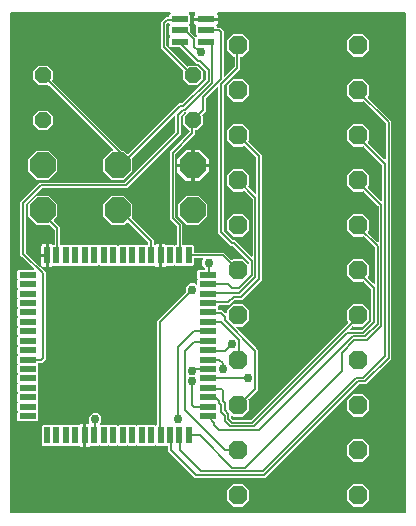
<source format=gbr>
G04 EAGLE Gerber X2 export*
%TF.Part,Single*%
%TF.FileFunction,Copper,L1,Top,Mixed*%
%TF.FilePolarity,Positive*%
%TF.GenerationSoftware,Autodesk,EAGLE,8.6.0*%
%TF.CreationDate,2018-03-08T02:42:11Z*%
G75*
%MOMM*%
%FSLAX34Y34*%
%LPD*%
%AMOC8*
5,1,8,0,0,1.08239X$1,22.5*%
G01*
%ADD10P,2.336880X8X22.500000*%
%ADD11P,1.732040X8X22.500000*%
%ADD12R,1.473200X0.508000*%
%ADD13R,0.508000X1.473200*%
%ADD14R,1.473200X0.558800*%
%ADD15P,1.429621X8X22.500000*%
%ADD16C,0.152400*%
%ADD17C,0.756400*%

G36*
X344698Y10164D02*
X344698Y10164D01*
X344717Y10162D01*
X344819Y10184D01*
X344921Y10200D01*
X344938Y10210D01*
X344958Y10214D01*
X345047Y10267D01*
X345138Y10316D01*
X345152Y10330D01*
X345169Y10340D01*
X345236Y10419D01*
X345308Y10494D01*
X345316Y10512D01*
X345329Y10527D01*
X345368Y10623D01*
X345411Y10717D01*
X345413Y10737D01*
X345421Y10755D01*
X345439Y10922D01*
X345439Y433578D01*
X345436Y433598D01*
X345438Y433617D01*
X345416Y433719D01*
X345400Y433821D01*
X345390Y433838D01*
X345386Y433858D01*
X345333Y433947D01*
X345284Y434038D01*
X345270Y434052D01*
X345260Y434069D01*
X345181Y434136D01*
X345106Y434208D01*
X345088Y434216D01*
X345073Y434229D01*
X344977Y434268D01*
X344883Y434311D01*
X344863Y434313D01*
X344845Y434321D01*
X344678Y434339D01*
X186128Y434339D01*
X186057Y434328D01*
X185985Y434326D01*
X185936Y434308D01*
X185885Y434300D01*
X185822Y434266D01*
X185754Y434241D01*
X185714Y434209D01*
X185668Y434184D01*
X185618Y434132D01*
X185562Y434088D01*
X185534Y434044D01*
X185498Y434006D01*
X185468Y433941D01*
X185429Y433881D01*
X185416Y433830D01*
X185395Y433783D01*
X185387Y433712D01*
X185369Y433642D01*
X185373Y433590D01*
X185367Y433539D01*
X185383Y433468D01*
X185388Y433397D01*
X185409Y433349D01*
X185420Y433298D01*
X185457Y433237D01*
X185485Y433171D01*
X185529Y433115D01*
X185546Y433087D01*
X185564Y433072D01*
X185589Y433040D01*
X185675Y432954D01*
X186010Y432375D01*
X186183Y431728D01*
X186183Y429996D01*
X176911Y429996D01*
X176892Y429993D01*
X176872Y429995D01*
X176770Y429973D01*
X176668Y429957D01*
X176651Y429947D01*
X176631Y429943D01*
X176542Y429890D01*
X176451Y429841D01*
X176437Y429827D01*
X176420Y429817D01*
X176353Y429738D01*
X176282Y429663D01*
X176274Y429645D01*
X176247Y429695D01*
X176233Y429709D01*
X176223Y429726D01*
X176144Y429793D01*
X176069Y429865D01*
X176051Y429873D01*
X176036Y429886D01*
X175939Y429925D01*
X175846Y429968D01*
X175826Y429970D01*
X175808Y429978D01*
X175641Y429996D01*
X166369Y429996D01*
X166369Y431728D01*
X166542Y432375D01*
X166877Y432954D01*
X166963Y433040D01*
X167004Y433098D01*
X167054Y433150D01*
X167076Y433197D01*
X167106Y433239D01*
X167127Y433308D01*
X167157Y433373D01*
X167163Y433425D01*
X167179Y433474D01*
X167177Y433546D01*
X167185Y433617D01*
X167173Y433668D01*
X167172Y433720D01*
X167148Y433788D01*
X167132Y433858D01*
X167106Y433903D01*
X167088Y433951D01*
X167043Y434007D01*
X167006Y434069D01*
X166967Y434103D01*
X166934Y434143D01*
X166874Y434182D01*
X166819Y434229D01*
X166771Y434248D01*
X166727Y434276D01*
X166658Y434294D01*
X166591Y434321D01*
X166520Y434329D01*
X166489Y434337D01*
X166465Y434335D01*
X166424Y434339D01*
X162339Y434339D01*
X162268Y434328D01*
X162196Y434326D01*
X162147Y434308D01*
X162096Y434300D01*
X162033Y434266D01*
X161965Y434241D01*
X161925Y434209D01*
X161879Y434184D01*
X161829Y434132D01*
X161773Y434088D01*
X161745Y434044D01*
X161709Y434006D01*
X161679Y433941D01*
X161640Y433881D01*
X161628Y433830D01*
X161606Y433783D01*
X161598Y433712D01*
X161580Y433642D01*
X161584Y433590D01*
X161579Y433539D01*
X161594Y433468D01*
X161599Y433397D01*
X161620Y433349D01*
X161631Y433298D01*
X161668Y433237D01*
X161696Y433171D01*
X161741Y433115D01*
X161757Y433087D01*
X161775Y433072D01*
X161801Y433040D01*
X162815Y432026D01*
X162815Y425174D01*
X162029Y424388D01*
X162017Y424372D01*
X162001Y424360D01*
X161945Y424272D01*
X161885Y424189D01*
X161879Y424170D01*
X161868Y424153D01*
X161843Y424052D01*
X161813Y423953D01*
X161813Y423934D01*
X161808Y423914D01*
X161816Y423811D01*
X161819Y423708D01*
X161826Y423689D01*
X161827Y423669D01*
X161868Y423574D01*
X161903Y423477D01*
X161916Y423461D01*
X161924Y423443D01*
X162029Y423312D01*
X162815Y422526D01*
X162815Y418331D01*
X162829Y418240D01*
X162837Y418150D01*
X162849Y418120D01*
X162854Y418088D01*
X162897Y418007D01*
X162933Y417923D01*
X162959Y417891D01*
X162970Y417870D01*
X162993Y417848D01*
X163038Y417792D01*
X166840Y413990D01*
X167056Y413773D01*
X167073Y413762D01*
X167085Y413746D01*
X167172Y413690D01*
X167256Y413630D01*
X167275Y413624D01*
X167292Y413613D01*
X167392Y413588D01*
X167491Y413557D01*
X167511Y413558D01*
X167530Y413553D01*
X167634Y413561D01*
X167737Y413564D01*
X167756Y413571D01*
X167775Y413572D01*
X167871Y413613D01*
X167968Y413648D01*
X167984Y413661D01*
X168002Y413668D01*
X168133Y413773D01*
X168171Y413811D01*
X168183Y413828D01*
X168199Y413840D01*
X168255Y413927D01*
X168315Y414011D01*
X168321Y414030D01*
X168332Y414047D01*
X168357Y414147D01*
X168387Y414246D01*
X168387Y414266D01*
X168392Y414286D01*
X168384Y414388D01*
X168381Y414492D01*
X168374Y414511D01*
X168373Y414531D01*
X168332Y414626D01*
X168297Y414723D01*
X168284Y414739D01*
X168276Y414757D01*
X168171Y414888D01*
X167385Y415674D01*
X167385Y422526D01*
X167462Y422602D01*
X167531Y422699D01*
X167602Y422794D01*
X167603Y422798D01*
X167605Y422802D01*
X167640Y422916D01*
X167676Y423029D01*
X167676Y423033D01*
X167678Y423037D01*
X167674Y423155D01*
X167673Y423275D01*
X167671Y423279D01*
X167671Y423283D01*
X167631Y423394D01*
X167591Y423507D01*
X167588Y423510D01*
X167587Y423514D01*
X167513Y423606D01*
X167439Y423700D01*
X167435Y423703D01*
X167433Y423706D01*
X167422Y423713D01*
X167377Y423746D01*
X166877Y424246D01*
X166542Y424825D01*
X166369Y425472D01*
X166369Y427204D01*
X175641Y427204D01*
X175660Y427207D01*
X175680Y427205D01*
X175782Y427227D01*
X175884Y427243D01*
X175901Y427253D01*
X175921Y427257D01*
X176010Y427310D01*
X176101Y427359D01*
X176115Y427373D01*
X176132Y427383D01*
X176199Y427462D01*
X176270Y427537D01*
X176278Y427554D01*
X176305Y427505D01*
X176319Y427491D01*
X176329Y427474D01*
X176408Y427407D01*
X176483Y427335D01*
X176501Y427327D01*
X176516Y427314D01*
X176613Y427275D01*
X176706Y427232D01*
X176726Y427230D01*
X176744Y427222D01*
X176911Y427204D01*
X186183Y427204D01*
X186183Y425472D01*
X186010Y424825D01*
X185675Y424246D01*
X185143Y423713D01*
X185063Y423650D01*
X185061Y423646D01*
X185058Y423644D01*
X184995Y423543D01*
X184930Y423443D01*
X184929Y423439D01*
X184927Y423436D01*
X184899Y423320D01*
X184870Y423204D01*
X184870Y423200D01*
X184869Y423196D01*
X184880Y423078D01*
X184889Y422959D01*
X184891Y422955D01*
X184891Y422951D01*
X184940Y422841D01*
X184986Y422733D01*
X184989Y422729D01*
X184990Y422726D01*
X184999Y422716D01*
X185090Y422602D01*
X185167Y422526D01*
X185167Y422148D01*
X185170Y422128D01*
X185168Y422109D01*
X185190Y422007D01*
X185206Y421905D01*
X185216Y421888D01*
X185220Y421868D01*
X185273Y421779D01*
X185322Y421688D01*
X185336Y421674D01*
X185346Y421657D01*
X185425Y421590D01*
X185500Y421518D01*
X185518Y421510D01*
X185533Y421497D01*
X185629Y421458D01*
X185723Y421415D01*
X185743Y421413D01*
X185761Y421405D01*
X185928Y421387D01*
X188399Y421387D01*
X191263Y418523D01*
X191263Y380738D01*
X191274Y380668D01*
X191276Y380596D01*
X191294Y380547D01*
X191302Y380496D01*
X191336Y380432D01*
X191361Y380365D01*
X191393Y380324D01*
X191418Y380278D01*
X191470Y380229D01*
X191514Y380173D01*
X191558Y380145D01*
X191596Y380109D01*
X191661Y380079D01*
X191721Y380040D01*
X191772Y380027D01*
X191819Y380005D01*
X191890Y379997D01*
X191960Y379980D01*
X192012Y379984D01*
X192063Y379978D01*
X192134Y379993D01*
X192205Y379999D01*
X192253Y380019D01*
X192304Y380030D01*
X192365Y380067D01*
X192431Y380095D01*
X192487Y380140D01*
X192515Y380157D01*
X192530Y380174D01*
X192562Y380200D01*
X200182Y387820D01*
X200235Y387894D01*
X200295Y387964D01*
X200307Y387994D01*
X200326Y388020D01*
X200353Y388107D01*
X200387Y388192D01*
X200391Y388233D01*
X200398Y388255D01*
X200397Y388287D01*
X200405Y388359D01*
X200405Y396113D01*
X200402Y396133D01*
X200404Y396152D01*
X200382Y396254D01*
X200366Y396356D01*
X200356Y396373D01*
X200352Y396393D01*
X200299Y396482D01*
X200250Y396573D01*
X200236Y396587D01*
X200226Y396604D01*
X200147Y396671D01*
X200072Y396743D01*
X200054Y396751D01*
X200039Y396764D01*
X199943Y396803D01*
X199849Y396846D01*
X199829Y396848D01*
X199811Y396856D01*
X199644Y396874D01*
X199254Y396874D01*
X193674Y402454D01*
X193674Y410346D01*
X199254Y415926D01*
X207146Y415926D01*
X212726Y410346D01*
X212726Y402454D01*
X207146Y396874D01*
X205740Y396874D01*
X205720Y396871D01*
X205701Y396873D01*
X205599Y396851D01*
X205497Y396835D01*
X205480Y396825D01*
X205460Y396821D01*
X205371Y396768D01*
X205280Y396719D01*
X205266Y396705D01*
X205249Y396695D01*
X205182Y396616D01*
X205110Y396541D01*
X205102Y396523D01*
X205089Y396508D01*
X205050Y396412D01*
X205007Y396318D01*
X205005Y396298D01*
X204997Y396280D01*
X204979Y396113D01*
X204979Y386149D01*
X191486Y372656D01*
X191433Y372582D01*
X191373Y372512D01*
X191361Y372482D01*
X191342Y372456D01*
X191315Y372369D01*
X191281Y372284D01*
X191277Y372243D01*
X191270Y372221D01*
X191271Y372189D01*
X191263Y372117D01*
X191263Y249675D01*
X191277Y249584D01*
X191285Y249494D01*
X191297Y249464D01*
X191302Y249432D01*
X191345Y249351D01*
X191381Y249267D01*
X191407Y249235D01*
X191418Y249214D01*
X191441Y249192D01*
X191486Y249136D01*
X198844Y241778D01*
X198918Y241725D01*
X198988Y241665D01*
X199018Y241653D01*
X199044Y241634D01*
X199131Y241607D01*
X199216Y241573D01*
X199257Y241569D01*
X199279Y241562D01*
X199311Y241563D01*
X199383Y241555D01*
X200591Y241555D01*
X202154Y239992D01*
X214346Y227800D01*
X214404Y227758D01*
X214456Y227709D01*
X214503Y227687D01*
X214545Y227657D01*
X214614Y227636D01*
X214679Y227605D01*
X214731Y227600D01*
X214781Y227584D01*
X214852Y227586D01*
X214923Y227578D01*
X214974Y227589D01*
X215026Y227591D01*
X215094Y227615D01*
X215164Y227630D01*
X215209Y227657D01*
X215257Y227675D01*
X215313Y227720D01*
X215375Y227757D01*
X215409Y227796D01*
X215449Y227829D01*
X215488Y227889D01*
X215535Y227944D01*
X215554Y227992D01*
X215582Y228036D01*
X215600Y228105D01*
X215627Y228172D01*
X215635Y228243D01*
X215643Y228274D01*
X215641Y228298D01*
X215645Y228338D01*
X215645Y276105D01*
X215631Y276196D01*
X215623Y276286D01*
X215611Y276316D01*
X215606Y276348D01*
X215563Y276429D01*
X215527Y276513D01*
X215501Y276545D01*
X215490Y276566D01*
X215467Y276588D01*
X215422Y276644D01*
X208857Y283209D01*
X208841Y283221D01*
X208828Y283236D01*
X208741Y283292D01*
X208657Y283353D01*
X208638Y283358D01*
X208621Y283369D01*
X208521Y283395D01*
X208422Y283425D01*
X208402Y283424D01*
X208383Y283429D01*
X208280Y283421D01*
X208176Y283419D01*
X208158Y283412D01*
X208138Y283410D01*
X208043Y283370D01*
X207945Y283334D01*
X207930Y283322D01*
X207911Y283314D01*
X207780Y283209D01*
X207146Y282574D01*
X199254Y282574D01*
X193674Y288154D01*
X193674Y296046D01*
X199254Y301626D01*
X207146Y301626D01*
X212726Y296046D01*
X212726Y288154D01*
X212091Y287520D01*
X212079Y287503D01*
X212064Y287491D01*
X212008Y287404D01*
X211947Y287320D01*
X211942Y287301D01*
X211931Y287284D01*
X211905Y287184D01*
X211875Y287085D01*
X211876Y287065D01*
X211871Y287045D01*
X211879Y286943D01*
X211881Y286839D01*
X211888Y286820D01*
X211890Y286800D01*
X211930Y286705D01*
X211966Y286608D01*
X211978Y286592D01*
X211986Y286574D01*
X212091Y286443D01*
X217394Y281140D01*
X217452Y281098D01*
X217504Y281049D01*
X217551Y281027D01*
X217593Y280997D01*
X217662Y280976D01*
X217727Y280945D01*
X217779Y280940D01*
X217829Y280924D01*
X217900Y280926D01*
X217971Y280918D01*
X218022Y280929D01*
X218074Y280931D01*
X218142Y280955D01*
X218212Y280970D01*
X218257Y280997D01*
X218305Y281015D01*
X218361Y281060D01*
X218423Y281097D01*
X218457Y281136D01*
X218497Y281169D01*
X218536Y281229D01*
X218583Y281284D01*
X218602Y281332D01*
X218630Y281376D01*
X218648Y281445D01*
X218675Y281512D01*
X218683Y281583D01*
X218691Y281614D01*
X218689Y281638D01*
X218693Y281678D01*
X218693Y311157D01*
X218679Y311248D01*
X218671Y311338D01*
X218659Y311368D01*
X218654Y311400D01*
X218611Y311481D01*
X218575Y311565D01*
X218549Y311597D01*
X218538Y311618D01*
X218515Y311640D01*
X218470Y311696D01*
X208857Y321309D01*
X208841Y321321D01*
X208828Y321336D01*
X208755Y321384D01*
X208734Y321402D01*
X208721Y321407D01*
X208657Y321453D01*
X208638Y321458D01*
X208621Y321469D01*
X208521Y321495D01*
X208422Y321525D01*
X208402Y321524D01*
X208383Y321529D01*
X208280Y321521D01*
X208176Y321519D01*
X208158Y321512D01*
X208138Y321510D01*
X208043Y321470D01*
X207945Y321434D01*
X207930Y321422D01*
X207911Y321414D01*
X207844Y321360D01*
X207839Y321357D01*
X207832Y321351D01*
X207780Y321309D01*
X207146Y320674D01*
X199254Y320674D01*
X193674Y326254D01*
X193674Y334146D01*
X199254Y339726D01*
X207146Y339726D01*
X212726Y334146D01*
X212726Y326254D01*
X212091Y325620D01*
X212079Y325603D01*
X212064Y325591D01*
X212008Y325504D01*
X211947Y325420D01*
X211942Y325401D01*
X211931Y325384D01*
X211905Y325284D01*
X211875Y325185D01*
X211876Y325165D01*
X211871Y325145D01*
X211879Y325043D01*
X211881Y324939D01*
X211888Y324920D01*
X211890Y324900D01*
X211930Y324805D01*
X211966Y324708D01*
X211978Y324692D01*
X211986Y324674D01*
X212091Y324543D01*
X223267Y313367D01*
X223267Y207841D01*
X206687Y191261D01*
X200907Y191261D01*
X200816Y191247D01*
X200726Y191239D01*
X200696Y191227D01*
X200664Y191222D01*
X200583Y191179D01*
X200499Y191143D01*
X200467Y191117D01*
X200446Y191106D01*
X200424Y191083D01*
X200368Y191038D01*
X196019Y186689D01*
X187452Y186689D01*
X187432Y186686D01*
X187413Y186688D01*
X187311Y186666D01*
X187209Y186650D01*
X187192Y186640D01*
X187172Y186636D01*
X187083Y186583D01*
X186992Y186534D01*
X186978Y186520D01*
X186961Y186510D01*
X186894Y186431D01*
X186822Y186356D01*
X186814Y186338D01*
X186801Y186323D01*
X186762Y186227D01*
X186719Y186133D01*
X186717Y186113D01*
X186709Y186095D01*
X186691Y185928D01*
X186691Y185296D01*
X186337Y184942D01*
X186325Y184926D01*
X186309Y184914D01*
X186253Y184827D01*
X186193Y184743D01*
X186187Y184724D01*
X186176Y184707D01*
X186151Y184606D01*
X186121Y184507D01*
X186121Y184488D01*
X186116Y184468D01*
X186124Y184365D01*
X186127Y184262D01*
X186134Y184243D01*
X186135Y184223D01*
X186176Y184128D01*
X186211Y184031D01*
X186224Y184015D01*
X186232Y183997D01*
X186337Y183866D01*
X186691Y183512D01*
X186691Y182880D01*
X186694Y182860D01*
X186692Y182841D01*
X186714Y182739D01*
X186730Y182637D01*
X186740Y182620D01*
X186744Y182600D01*
X186797Y182511D01*
X186846Y182420D01*
X186860Y182406D01*
X186870Y182389D01*
X186949Y182322D01*
X187024Y182250D01*
X187042Y182242D01*
X187057Y182229D01*
X187153Y182190D01*
X187247Y182147D01*
X187267Y182145D01*
X187285Y182137D01*
X187452Y182119D01*
X189923Y182119D01*
X192375Y179667D01*
X192433Y179625D01*
X192485Y179576D01*
X192532Y179554D01*
X192574Y179524D01*
X192643Y179503D01*
X192708Y179472D01*
X192760Y179467D01*
X192810Y179451D01*
X192881Y179453D01*
X192952Y179445D01*
X193003Y179456D01*
X193055Y179458D01*
X193123Y179482D01*
X193193Y179497D01*
X193238Y179524D01*
X193286Y179542D01*
X193342Y179587D01*
X193404Y179624D01*
X193438Y179663D01*
X193478Y179696D01*
X193517Y179756D01*
X193564Y179811D01*
X193583Y179859D01*
X193611Y179903D01*
X193629Y179972D01*
X193656Y180039D01*
X193664Y180110D01*
X193672Y180141D01*
X193670Y180165D01*
X193674Y180205D01*
X193674Y181746D01*
X199254Y187326D01*
X207146Y187326D01*
X212726Y181746D01*
X212726Y173854D01*
X207146Y168274D01*
X202557Y168274D01*
X202487Y168263D01*
X202415Y168261D01*
X202366Y168243D01*
X202315Y168235D01*
X202251Y168201D01*
X202184Y168176D01*
X202143Y168144D01*
X202097Y168119D01*
X202048Y168067D01*
X201992Y168023D01*
X201964Y167979D01*
X201928Y167941D01*
X201898Y167876D01*
X201859Y167816D01*
X201846Y167765D01*
X201824Y167718D01*
X201816Y167647D01*
X201799Y167577D01*
X201803Y167525D01*
X201797Y167474D01*
X201812Y167403D01*
X201818Y167332D01*
X201838Y167284D01*
X201849Y167233D01*
X201886Y167172D01*
X201914Y167106D01*
X201959Y167050D01*
X201976Y167022D01*
X201993Y167007D01*
X202019Y166975D01*
X218656Y150338D01*
X220219Y148775D01*
X220219Y114877D01*
X212345Y107003D01*
X212333Y106987D01*
X212318Y106974D01*
X212262Y106887D01*
X212201Y106803D01*
X212196Y106784D01*
X212185Y106767D01*
X212159Y106667D01*
X212129Y106568D01*
X212130Y106548D01*
X212125Y106529D01*
X212133Y106426D01*
X212135Y106322D01*
X212142Y106304D01*
X212144Y106284D01*
X212184Y106189D01*
X212220Y106091D01*
X212232Y106076D01*
X212240Y106057D01*
X212345Y105926D01*
X212726Y105546D01*
X212726Y97654D01*
X207146Y92074D01*
X199254Y92074D01*
X198658Y92670D01*
X198600Y92712D01*
X198548Y92762D01*
X198501Y92783D01*
X198459Y92814D01*
X198390Y92835D01*
X198325Y92865D01*
X198273Y92871D01*
X198223Y92886D01*
X198152Y92884D01*
X198081Y92892D01*
X198030Y92881D01*
X197978Y92880D01*
X197910Y92855D01*
X197840Y92840D01*
X197795Y92813D01*
X197747Y92795D01*
X197691Y92751D01*
X197629Y92714D01*
X197595Y92674D01*
X197555Y92642D01*
X197516Y92581D01*
X197469Y92527D01*
X197450Y92479D01*
X197422Y92435D01*
X197404Y92365D01*
X197377Y92299D01*
X197369Y92227D01*
X197361Y92196D01*
X197363Y92173D01*
X197359Y92132D01*
X197359Y91179D01*
X197373Y91088D01*
X197381Y90998D01*
X197393Y90968D01*
X197398Y90936D01*
X197441Y90855D01*
X197477Y90771D01*
X197503Y90739D01*
X197514Y90718D01*
X197537Y90696D01*
X197582Y90640D01*
X198844Y89378D01*
X198918Y89325D01*
X198988Y89265D01*
X199018Y89253D01*
X199044Y89234D01*
X199131Y89207D01*
X199216Y89173D01*
X199257Y89169D01*
X199279Y89162D01*
X199311Y89163D01*
X199383Y89155D01*
X213621Y89155D01*
X213712Y89169D01*
X213802Y89177D01*
X213832Y89189D01*
X213864Y89194D01*
X213945Y89237D01*
X214029Y89273D01*
X214061Y89299D01*
X214082Y89310D01*
X214104Y89333D01*
X214160Y89378D01*
X296417Y171635D01*
X296429Y171651D01*
X296444Y171664D01*
X296500Y171751D01*
X296561Y171835D01*
X296566Y171854D01*
X296577Y171870D01*
X296603Y171971D01*
X296633Y172070D01*
X296632Y172090D01*
X296637Y172109D01*
X296629Y172212D01*
X296627Y172316D01*
X296620Y172334D01*
X296618Y172354D01*
X296578Y172449D01*
X296542Y172547D01*
X296530Y172562D01*
X296522Y172581D01*
X296417Y172712D01*
X295274Y173854D01*
X295274Y181746D01*
X300854Y187326D01*
X308746Y187326D01*
X314326Y181746D01*
X314326Y173854D01*
X308746Y168274D01*
X300854Y168274D01*
X300728Y168401D01*
X300711Y168413D01*
X300699Y168428D01*
X300612Y168484D01*
X300528Y168545D01*
X300509Y168550D01*
X300492Y168561D01*
X300391Y168587D01*
X300293Y168617D01*
X300273Y168616D01*
X300253Y168621D01*
X300150Y168613D01*
X300047Y168611D01*
X300028Y168604D01*
X300008Y168602D01*
X299913Y168562D01*
X299816Y168526D01*
X299800Y168514D01*
X299782Y168506D01*
X299651Y168401D01*
X297904Y166654D01*
X297862Y166596D01*
X297813Y166544D01*
X297791Y166497D01*
X297761Y166455D01*
X297740Y166386D01*
X297709Y166321D01*
X297704Y166269D01*
X297688Y166219D01*
X297690Y166148D01*
X297682Y166077D01*
X297693Y166026D01*
X297695Y165974D01*
X297719Y165906D01*
X297734Y165836D01*
X297761Y165792D01*
X297779Y165743D01*
X297824Y165687D01*
X297861Y165625D01*
X297900Y165591D01*
X297933Y165551D01*
X297993Y165512D01*
X298048Y165465D01*
X298096Y165446D01*
X298140Y165418D01*
X298209Y165400D01*
X298276Y165373D01*
X298347Y165365D01*
X298378Y165357D01*
X298402Y165359D01*
X298442Y165355D01*
X308109Y165355D01*
X308200Y165369D01*
X308290Y165377D01*
X308320Y165389D01*
X308352Y165394D01*
X308433Y165437D01*
X308517Y165473D01*
X308549Y165499D01*
X308570Y165510D01*
X308592Y165533D01*
X308648Y165578D01*
X316006Y172936D01*
X316059Y173010D01*
X316119Y173080D01*
X316131Y173110D01*
X316150Y173136D01*
X316177Y173223D01*
X316211Y173308D01*
X316215Y173349D01*
X316222Y173371D01*
X316221Y173403D01*
X316229Y173475D01*
X316229Y199905D01*
X316215Y199996D01*
X316207Y200086D01*
X316195Y200116D01*
X316190Y200148D01*
X316147Y200229D01*
X316111Y200313D01*
X316085Y200345D01*
X316074Y200366D01*
X316051Y200388D01*
X316006Y200444D01*
X309949Y206501D01*
X309933Y206513D01*
X309920Y206528D01*
X309833Y206584D01*
X309749Y206645D01*
X309730Y206650D01*
X309714Y206661D01*
X309613Y206687D01*
X309514Y206717D01*
X309494Y206716D01*
X309475Y206721D01*
X309372Y206713D01*
X309268Y206711D01*
X309250Y206704D01*
X309230Y206702D01*
X309135Y206662D01*
X309037Y206626D01*
X309022Y206614D01*
X309003Y206606D01*
X308872Y206501D01*
X308746Y206374D01*
X300854Y206374D01*
X295274Y211954D01*
X295274Y219846D01*
X300854Y225426D01*
X308746Y225426D01*
X314326Y219846D01*
X314326Y211954D01*
X313183Y210812D01*
X313171Y210795D01*
X313156Y210783D01*
X313100Y210696D01*
X313039Y210612D01*
X313034Y210593D01*
X313023Y210576D01*
X312997Y210475D01*
X312967Y210377D01*
X312968Y210357D01*
X312963Y210337D01*
X312971Y210234D01*
X312973Y210131D01*
X312980Y210112D01*
X312982Y210092D01*
X313022Y209997D01*
X313058Y209900D01*
X313070Y209884D01*
X313078Y209866D01*
X313183Y209735D01*
X317978Y204940D01*
X318036Y204898D01*
X318088Y204849D01*
X318135Y204827D01*
X318177Y204797D01*
X318246Y204776D01*
X318311Y204745D01*
X318363Y204740D01*
X318413Y204724D01*
X318484Y204726D01*
X318555Y204718D01*
X318606Y204729D01*
X318658Y204731D01*
X318726Y204755D01*
X318796Y204770D01*
X318840Y204797D01*
X318889Y204815D01*
X318945Y204860D01*
X319007Y204897D01*
X319041Y204936D01*
X319081Y204969D01*
X319120Y205029D01*
X319167Y205084D01*
X319186Y205132D01*
X319214Y205176D01*
X319232Y205245D01*
X319259Y205312D01*
X319267Y205383D01*
X319275Y205414D01*
X319273Y205438D01*
X319277Y205478D01*
X319277Y234957D01*
X319263Y235048D01*
X319255Y235138D01*
X319243Y235168D01*
X319238Y235200D01*
X319195Y235281D01*
X319159Y235365D01*
X319133Y235397D01*
X319122Y235418D01*
X319099Y235440D01*
X319054Y235496D01*
X309949Y244601D01*
X309933Y244613D01*
X309920Y244628D01*
X309833Y244684D01*
X309749Y244745D01*
X309730Y244750D01*
X309713Y244761D01*
X309613Y244787D01*
X309514Y244817D01*
X309494Y244816D01*
X309475Y244821D01*
X309372Y244813D01*
X309268Y244811D01*
X309250Y244804D01*
X309230Y244802D01*
X309135Y244762D01*
X309037Y244726D01*
X309022Y244714D01*
X309003Y244706D01*
X308872Y244601D01*
X308746Y244474D01*
X300854Y244474D01*
X295274Y250054D01*
X295274Y257946D01*
X300854Y263526D01*
X308746Y263526D01*
X314326Y257946D01*
X314326Y250054D01*
X313183Y248912D01*
X313171Y248895D01*
X313156Y248883D01*
X313100Y248796D01*
X313039Y248712D01*
X313034Y248693D01*
X313023Y248676D01*
X312997Y248576D01*
X312967Y248477D01*
X312968Y248457D01*
X312963Y248437D01*
X312971Y248335D01*
X312973Y248231D01*
X312980Y248212D01*
X312982Y248192D01*
X313022Y248097D01*
X313058Y248000D01*
X313070Y247984D01*
X313078Y247966D01*
X313183Y247835D01*
X321026Y239992D01*
X321084Y239950D01*
X321136Y239901D01*
X321183Y239879D01*
X321225Y239849D01*
X321294Y239828D01*
X321359Y239797D01*
X321411Y239792D01*
X321461Y239776D01*
X321532Y239778D01*
X321603Y239770D01*
X321654Y239781D01*
X321706Y239783D01*
X321774Y239807D01*
X321844Y239822D01*
X321889Y239849D01*
X321937Y239867D01*
X321993Y239912D01*
X322055Y239949D01*
X322089Y239988D01*
X322129Y240021D01*
X322168Y240081D01*
X322215Y240136D01*
X322234Y240184D01*
X322262Y240228D01*
X322280Y240297D01*
X322307Y240364D01*
X322315Y240435D01*
X322323Y240466D01*
X322321Y240490D01*
X322325Y240530D01*
X322325Y270009D01*
X322311Y270100D01*
X322303Y270190D01*
X322291Y270220D01*
X322286Y270252D01*
X322243Y270333D01*
X322207Y270417D01*
X322181Y270449D01*
X322170Y270470D01*
X322147Y270492D01*
X322102Y270548D01*
X309949Y282701D01*
X309933Y282713D01*
X309920Y282728D01*
X309833Y282784D01*
X309749Y282845D01*
X309730Y282850D01*
X309713Y282861D01*
X309613Y282887D01*
X309514Y282917D01*
X309494Y282916D01*
X309475Y282921D01*
X309372Y282913D01*
X309268Y282911D01*
X309250Y282904D01*
X309230Y282902D01*
X309135Y282862D01*
X309037Y282826D01*
X309022Y282814D01*
X309003Y282806D01*
X308872Y282701D01*
X308746Y282574D01*
X300854Y282574D01*
X295274Y288154D01*
X295274Y296046D01*
X300854Y301626D01*
X308746Y301626D01*
X314326Y296046D01*
X314326Y288154D01*
X313183Y287012D01*
X313171Y286995D01*
X313156Y286983D01*
X313125Y286936D01*
X313113Y286923D01*
X313103Y286900D01*
X313100Y286896D01*
X313039Y286812D01*
X313034Y286793D01*
X313023Y286776D01*
X312997Y286676D01*
X312967Y286577D01*
X312968Y286557D01*
X312963Y286537D01*
X312971Y286435D01*
X312973Y286331D01*
X312980Y286312D01*
X312982Y286292D01*
X313022Y286197D01*
X313058Y286100D01*
X313070Y286084D01*
X313078Y286066D01*
X313183Y285935D01*
X324074Y275044D01*
X324132Y275002D01*
X324184Y274953D01*
X324231Y274931D01*
X324273Y274901D01*
X324342Y274880D01*
X324407Y274849D01*
X324459Y274844D01*
X324509Y274828D01*
X324580Y274830D01*
X324651Y274822D01*
X324702Y274833D01*
X324754Y274835D01*
X324822Y274859D01*
X324892Y274874D01*
X324937Y274901D01*
X324985Y274919D01*
X325041Y274964D01*
X325103Y275001D01*
X325137Y275040D01*
X325177Y275073D01*
X325216Y275133D01*
X325263Y275188D01*
X325282Y275236D01*
X325310Y275280D01*
X325328Y275349D01*
X325355Y275416D01*
X325363Y275487D01*
X325371Y275518D01*
X325369Y275542D01*
X325373Y275582D01*
X325373Y305062D01*
X325359Y305152D01*
X325351Y305243D01*
X325339Y305272D01*
X325334Y305304D01*
X325291Y305385D01*
X325255Y305469D01*
X325229Y305501D01*
X325218Y305522D01*
X325195Y305544D01*
X325150Y305600D01*
X309949Y320801D01*
X309933Y320813D01*
X309920Y320828D01*
X309833Y320884D01*
X309749Y320945D01*
X309730Y320950D01*
X309714Y320961D01*
X309613Y320987D01*
X309514Y321017D01*
X309494Y321016D01*
X309475Y321021D01*
X309372Y321013D01*
X309268Y321011D01*
X309250Y321004D01*
X309230Y321002D01*
X309135Y320962D01*
X309037Y320926D01*
X309022Y320914D01*
X309003Y320906D01*
X308872Y320801D01*
X308746Y320674D01*
X300854Y320674D01*
X295274Y326254D01*
X295274Y334146D01*
X300854Y339726D01*
X308746Y339726D01*
X314326Y334146D01*
X314326Y326254D01*
X313183Y325112D01*
X313171Y325095D01*
X313156Y325083D01*
X313100Y324996D01*
X313039Y324912D01*
X313034Y324893D01*
X313023Y324876D01*
X312997Y324775D01*
X312967Y324677D01*
X312968Y324657D01*
X312963Y324637D01*
X312971Y324534D01*
X312973Y324431D01*
X312980Y324412D01*
X312982Y324392D01*
X313022Y324297D01*
X313029Y324278D01*
X313030Y324277D01*
X313058Y324200D01*
X313070Y324184D01*
X313078Y324166D01*
X313149Y324078D01*
X313156Y324066D01*
X313163Y324060D01*
X313183Y324035D01*
X327122Y310096D01*
X327180Y310054D01*
X327232Y310005D01*
X327279Y309983D01*
X327321Y309953D01*
X327390Y309932D01*
X327455Y309901D01*
X327507Y309896D01*
X327557Y309880D01*
X327628Y309882D01*
X327699Y309874D01*
X327750Y309885D01*
X327802Y309887D01*
X327870Y309911D01*
X327940Y309926D01*
X327984Y309953D01*
X328033Y309971D01*
X328089Y310016D01*
X328151Y310053D01*
X328185Y310092D01*
X328225Y310125D01*
X328264Y310185D01*
X328311Y310240D01*
X328330Y310288D01*
X328358Y310332D01*
X328376Y310401D01*
X328403Y310468D01*
X328411Y310539D01*
X328419Y310570D01*
X328417Y310594D01*
X328421Y310634D01*
X328421Y340113D01*
X328407Y340204D01*
X328399Y340294D01*
X328387Y340324D01*
X328382Y340356D01*
X328339Y340437D01*
X328303Y340521D01*
X328277Y340553D01*
X328266Y340574D01*
X328243Y340596D01*
X328198Y340652D01*
X309949Y358901D01*
X309933Y358913D01*
X309920Y358928D01*
X309833Y358984D01*
X309749Y359045D01*
X309730Y359050D01*
X309714Y359061D01*
X309613Y359087D01*
X309514Y359117D01*
X309494Y359116D01*
X309475Y359121D01*
X309372Y359113D01*
X309268Y359111D01*
X309250Y359104D01*
X309230Y359102D01*
X309135Y359062D01*
X309037Y359026D01*
X309022Y359014D01*
X309003Y359006D01*
X308872Y358901D01*
X308746Y358774D01*
X300854Y358774D01*
X295274Y364354D01*
X295274Y372246D01*
X300854Y377826D01*
X308746Y377826D01*
X314326Y372246D01*
X314326Y364354D01*
X313183Y363212D01*
X313171Y363195D01*
X313156Y363183D01*
X313100Y363096D01*
X313039Y363012D01*
X313034Y362993D01*
X313023Y362976D01*
X312997Y362875D01*
X312967Y362777D01*
X312968Y362757D01*
X312963Y362737D01*
X312971Y362634D01*
X312973Y362531D01*
X312980Y362512D01*
X312982Y362492D01*
X313022Y362397D01*
X313058Y362300D01*
X313070Y362284D01*
X313078Y362266D01*
X313183Y362135D01*
X332995Y342323D01*
X332995Y140785D01*
X311843Y119633D01*
X306063Y119633D01*
X305972Y119619D01*
X305882Y119611D01*
X305852Y119599D01*
X305820Y119594D01*
X305739Y119551D01*
X305655Y119515D01*
X305623Y119489D01*
X305602Y119478D01*
X305580Y119455D01*
X305524Y119410D01*
X226499Y40385D01*
X166693Y40385D01*
X144017Y63061D01*
X144017Y66548D01*
X144014Y66568D01*
X144016Y66587D01*
X143994Y66689D01*
X143978Y66791D01*
X143968Y66808D01*
X143964Y66828D01*
X143911Y66917D01*
X143862Y67008D01*
X143848Y67022D01*
X143838Y67039D01*
X143759Y67106D01*
X143684Y67178D01*
X143666Y67186D01*
X143651Y67199D01*
X143555Y67238D01*
X143461Y67281D01*
X143441Y67283D01*
X143423Y67291D01*
X143256Y67309D01*
X142370Y67309D01*
X142143Y67536D01*
X142127Y67548D01*
X142115Y67564D01*
X142027Y67620D01*
X141944Y67680D01*
X141925Y67686D01*
X141908Y67697D01*
X141807Y67722D01*
X141708Y67752D01*
X141688Y67752D01*
X141669Y67757D01*
X141566Y67749D01*
X141463Y67746D01*
X141444Y67739D01*
X141424Y67738D01*
X141329Y67697D01*
X141232Y67662D01*
X141216Y67649D01*
X141198Y67641D01*
X141067Y67536D01*
X140840Y67309D01*
X134496Y67309D01*
X134142Y67663D01*
X134126Y67675D01*
X134114Y67691D01*
X134027Y67747D01*
X133943Y67807D01*
X133924Y67813D01*
X133907Y67824D01*
X133806Y67849D01*
X133707Y67879D01*
X133688Y67879D01*
X133668Y67884D01*
X133565Y67876D01*
X133462Y67873D01*
X133443Y67866D01*
X133423Y67865D01*
X133328Y67824D01*
X133231Y67789D01*
X133215Y67776D01*
X133197Y67768D01*
X133066Y67663D01*
X132712Y67309D01*
X126368Y67309D01*
X126141Y67536D01*
X126125Y67548D01*
X126113Y67564D01*
X126025Y67620D01*
X125942Y67680D01*
X125923Y67686D01*
X125906Y67697D01*
X125805Y67722D01*
X125706Y67752D01*
X125686Y67752D01*
X125667Y67757D01*
X125564Y67749D01*
X125461Y67746D01*
X125442Y67739D01*
X125422Y67738D01*
X125327Y67697D01*
X125230Y67662D01*
X125214Y67649D01*
X125196Y67641D01*
X125065Y67536D01*
X124838Y67309D01*
X118494Y67309D01*
X118140Y67663D01*
X118124Y67675D01*
X118112Y67691D01*
X118025Y67747D01*
X117941Y67807D01*
X117922Y67813D01*
X117905Y67824D01*
X117804Y67849D01*
X117705Y67879D01*
X117686Y67879D01*
X117666Y67884D01*
X117563Y67876D01*
X117460Y67873D01*
X117441Y67866D01*
X117421Y67865D01*
X117326Y67824D01*
X117229Y67789D01*
X117213Y67776D01*
X117195Y67768D01*
X117064Y67663D01*
X116710Y67309D01*
X110366Y67309D01*
X110139Y67536D01*
X110123Y67548D01*
X110111Y67564D01*
X110023Y67620D01*
X109940Y67680D01*
X109921Y67686D01*
X109904Y67697D01*
X109803Y67722D01*
X109704Y67752D01*
X109684Y67752D01*
X109665Y67757D01*
X109562Y67749D01*
X109459Y67746D01*
X109440Y67739D01*
X109420Y67738D01*
X109325Y67697D01*
X109228Y67662D01*
X109212Y67649D01*
X109194Y67641D01*
X109063Y67536D01*
X108836Y67309D01*
X102492Y67309D01*
X102138Y67663D01*
X102122Y67675D01*
X102110Y67691D01*
X102023Y67747D01*
X101939Y67807D01*
X101920Y67813D01*
X101903Y67824D01*
X101802Y67849D01*
X101703Y67879D01*
X101684Y67879D01*
X101664Y67884D01*
X101561Y67876D01*
X101458Y67873D01*
X101439Y67866D01*
X101419Y67865D01*
X101324Y67824D01*
X101227Y67789D01*
X101211Y67776D01*
X101193Y67768D01*
X101062Y67663D01*
X100708Y67309D01*
X94364Y67309D01*
X94137Y67536D01*
X94121Y67548D01*
X94109Y67564D01*
X94021Y67620D01*
X93938Y67680D01*
X93919Y67686D01*
X93902Y67697D01*
X93801Y67722D01*
X93702Y67752D01*
X93682Y67752D01*
X93663Y67757D01*
X93560Y67749D01*
X93457Y67746D01*
X93438Y67739D01*
X93418Y67738D01*
X93323Y67697D01*
X93226Y67662D01*
X93210Y67649D01*
X93192Y67641D01*
X93061Y67536D01*
X92834Y67309D01*
X86490Y67309D01*
X86136Y67663D01*
X86120Y67675D01*
X86108Y67691D01*
X86021Y67747D01*
X85937Y67807D01*
X85918Y67813D01*
X85901Y67824D01*
X85800Y67849D01*
X85701Y67879D01*
X85682Y67879D01*
X85662Y67884D01*
X85559Y67876D01*
X85456Y67873D01*
X85437Y67866D01*
X85417Y67865D01*
X85322Y67824D01*
X85225Y67789D01*
X85209Y67776D01*
X85191Y67768D01*
X85060Y67663D01*
X84706Y67309D01*
X78584Y67309D01*
X78494Y67295D01*
X78403Y67287D01*
X78373Y67275D01*
X78341Y67270D01*
X78260Y67227D01*
X78176Y67191D01*
X78144Y67165D01*
X78124Y67154D01*
X78101Y67131D01*
X78045Y67086D01*
X77760Y66801D01*
X77181Y66466D01*
X76534Y66293D01*
X74929Y66293D01*
X74929Y75692D01*
X74926Y75711D01*
X74928Y75731D01*
X74906Y75833D01*
X74890Y75935D01*
X74880Y75952D01*
X74876Y75972D01*
X74823Y76061D01*
X74774Y76152D01*
X74760Y76166D01*
X74750Y76183D01*
X74725Y76204D01*
X74726Y76205D01*
X74798Y76280D01*
X74806Y76298D01*
X74819Y76313D01*
X74858Y76410D01*
X74901Y76503D01*
X74903Y76523D01*
X74911Y76541D01*
X74929Y76708D01*
X74929Y86107D01*
X76534Y86107D01*
X76612Y86086D01*
X76660Y86081D01*
X76706Y86067D01*
X76782Y86069D01*
X76857Y86061D01*
X76904Y86072D01*
X76952Y86073D01*
X77023Y86099D01*
X77097Y86116D01*
X77138Y86141D01*
X77183Y86158D01*
X77242Y86205D01*
X77307Y86245D01*
X77337Y86282D01*
X77375Y86312D01*
X77416Y86375D01*
X77464Y86433D01*
X77482Y86478D01*
X77508Y86518D01*
X77526Y86592D01*
X77554Y86663D01*
X77556Y86710D01*
X77568Y86757D01*
X77562Y86833D01*
X77566Y86908D01*
X77553Y86954D01*
X77549Y87002D01*
X77519Y87072D01*
X77498Y87145D01*
X77471Y87184D01*
X77453Y87229D01*
X77372Y87329D01*
X77359Y87348D01*
X77354Y87352D01*
X77348Y87359D01*
X76989Y87718D01*
X76989Y92114D01*
X80098Y95223D01*
X84494Y95223D01*
X87603Y92114D01*
X87603Y87718D01*
X86275Y86390D01*
X86233Y86332D01*
X86184Y86280D01*
X86162Y86233D01*
X86132Y86191D01*
X86110Y86122D01*
X86080Y86057D01*
X86075Y86005D01*
X86059Y85955D01*
X86061Y85884D01*
X86053Y85813D01*
X86064Y85762D01*
X86066Y85710D01*
X86090Y85642D01*
X86105Y85572D01*
X86132Y85527D01*
X86150Y85479D01*
X86195Y85423D01*
X86232Y85361D01*
X86271Y85327D01*
X86304Y85287D01*
X86364Y85248D01*
X86419Y85201D01*
X86467Y85182D01*
X86511Y85154D01*
X86580Y85136D01*
X86647Y85109D01*
X86718Y85101D01*
X86749Y85093D01*
X86772Y85095D01*
X86813Y85091D01*
X92834Y85091D01*
X93061Y84864D01*
X93077Y84852D01*
X93089Y84836D01*
X93176Y84780D01*
X93260Y84720D01*
X93279Y84714D01*
X93296Y84703D01*
X93397Y84678D01*
X93495Y84648D01*
X93515Y84648D01*
X93535Y84643D01*
X93638Y84651D01*
X93741Y84654D01*
X93760Y84661D01*
X93780Y84662D01*
X93875Y84703D01*
X93972Y84738D01*
X93988Y84751D01*
X94006Y84759D01*
X94137Y84864D01*
X94364Y85091D01*
X100708Y85091D01*
X101062Y84737D01*
X101078Y84725D01*
X101090Y84709D01*
X101177Y84653D01*
X101261Y84593D01*
X101280Y84587D01*
X101297Y84576D01*
X101398Y84551D01*
X101497Y84521D01*
X101516Y84521D01*
X101536Y84516D01*
X101639Y84524D01*
X101742Y84527D01*
X101761Y84534D01*
X101781Y84535D01*
X101876Y84576D01*
X101973Y84611D01*
X101989Y84624D01*
X102007Y84632D01*
X102138Y84737D01*
X102492Y85091D01*
X108836Y85091D01*
X109063Y84864D01*
X109079Y84852D01*
X109091Y84836D01*
X109178Y84780D01*
X109262Y84720D01*
X109281Y84714D01*
X109298Y84703D01*
X109399Y84678D01*
X109497Y84648D01*
X109517Y84648D01*
X109537Y84643D01*
X109640Y84651D01*
X109743Y84654D01*
X109762Y84661D01*
X109782Y84662D01*
X109877Y84703D01*
X109974Y84738D01*
X109990Y84751D01*
X110008Y84759D01*
X110139Y84864D01*
X110366Y85091D01*
X116710Y85091D01*
X117064Y84737D01*
X117080Y84725D01*
X117092Y84709D01*
X117179Y84653D01*
X117263Y84593D01*
X117282Y84587D01*
X117299Y84576D01*
X117400Y84551D01*
X117499Y84521D01*
X117518Y84521D01*
X117538Y84516D01*
X117641Y84524D01*
X117744Y84527D01*
X117763Y84534D01*
X117783Y84535D01*
X117878Y84576D01*
X117975Y84611D01*
X117991Y84624D01*
X118009Y84632D01*
X118140Y84737D01*
X118494Y85091D01*
X124838Y85091D01*
X125065Y84864D01*
X125081Y84852D01*
X125093Y84836D01*
X125180Y84780D01*
X125264Y84720D01*
X125283Y84714D01*
X125300Y84703D01*
X125401Y84678D01*
X125499Y84648D01*
X125519Y84648D01*
X125539Y84643D01*
X125642Y84651D01*
X125745Y84654D01*
X125764Y84661D01*
X125784Y84662D01*
X125879Y84703D01*
X125976Y84738D01*
X125992Y84751D01*
X126010Y84759D01*
X126141Y84864D01*
X126368Y85091D01*
X132712Y85091D01*
X133066Y84737D01*
X133082Y84725D01*
X133094Y84709D01*
X133181Y84653D01*
X133265Y84593D01*
X133284Y84587D01*
X133301Y84576D01*
X133402Y84551D01*
X133501Y84521D01*
X133520Y84521D01*
X133540Y84516D01*
X133643Y84524D01*
X133746Y84527D01*
X133765Y84534D01*
X133785Y84535D01*
X133880Y84576D01*
X133977Y84611D01*
X133993Y84624D01*
X134011Y84632D01*
X134142Y84737D01*
X134650Y85245D01*
X134703Y85319D01*
X134763Y85388D01*
X134775Y85418D01*
X134794Y85444D01*
X134821Y85531D01*
X134855Y85616D01*
X134859Y85657D01*
X134866Y85679D01*
X134865Y85712D01*
X134873Y85783D01*
X134873Y173159D01*
X159062Y197348D01*
X159115Y197422D01*
X159175Y197492D01*
X159187Y197522D01*
X159206Y197548D01*
X159233Y197635D01*
X159267Y197720D01*
X159271Y197761D01*
X159278Y197783D01*
X159277Y197815D01*
X159285Y197887D01*
X159285Y201842D01*
X162394Y204951D01*
X166790Y204951D01*
X167610Y204131D01*
X167668Y204089D01*
X167720Y204040D01*
X167767Y204018D01*
X167809Y203988D01*
X167878Y203966D01*
X167943Y203936D01*
X167995Y203931D01*
X168045Y203915D01*
X168116Y203917D01*
X168187Y203909D01*
X168238Y203920D01*
X168290Y203922D01*
X168358Y203946D01*
X168428Y203961D01*
X168473Y203988D01*
X168521Y204006D01*
X168577Y204051D01*
X168639Y204088D01*
X168673Y204127D01*
X168713Y204160D01*
X168752Y204220D01*
X168799Y204275D01*
X168818Y204323D01*
X168846Y204367D01*
X168864Y204436D01*
X168891Y204503D01*
X168899Y204574D01*
X168907Y204605D01*
X168905Y204628D01*
X168909Y204669D01*
X168909Y207642D01*
X169136Y207869D01*
X169148Y207885D01*
X169164Y207897D01*
X169220Y207984D01*
X169280Y208068D01*
X169286Y208087D01*
X169297Y208104D01*
X169322Y208205D01*
X169352Y208303D01*
X169352Y208323D01*
X169357Y208343D01*
X169349Y208446D01*
X169346Y208549D01*
X169339Y208568D01*
X169338Y208588D01*
X169297Y208683D01*
X169262Y208780D01*
X169249Y208796D01*
X169241Y208814D01*
X169136Y208945D01*
X168909Y209172D01*
X168909Y215516D01*
X169802Y216409D01*
X175061Y216409D01*
X175131Y216420D01*
X175203Y216422D01*
X175252Y216440D01*
X175303Y216448D01*
X175367Y216482D01*
X175434Y216507D01*
X175475Y216539D01*
X175521Y216564D01*
X175570Y216616D01*
X175626Y216660D01*
X175654Y216704D01*
X175690Y216742D01*
X175720Y216807D01*
X175759Y216867D01*
X175772Y216918D01*
X175794Y216965D01*
X175802Y217036D01*
X175819Y217106D01*
X175815Y217158D01*
X175821Y217209D01*
X175806Y217280D01*
X175800Y217351D01*
X175780Y217399D01*
X175769Y217450D01*
X175732Y217511D01*
X175704Y217577D01*
X175659Y217633D01*
X175642Y217661D01*
X175625Y217676D01*
X175599Y217708D01*
X173001Y220306D01*
X173001Y224702D01*
X173313Y225014D01*
X173355Y225072D01*
X173404Y225124D01*
X173426Y225171D01*
X173456Y225213D01*
X173478Y225282D01*
X173508Y225347D01*
X173513Y225399D01*
X173529Y225449D01*
X173527Y225520D01*
X173535Y225591D01*
X173524Y225642D01*
X173522Y225694D01*
X173498Y225762D01*
X173483Y225832D01*
X173456Y225877D01*
X173438Y225925D01*
X173393Y225981D01*
X173356Y226043D01*
X173317Y226077D01*
X173284Y226117D01*
X173224Y226156D01*
X173169Y226203D01*
X173121Y226222D01*
X173077Y226250D01*
X173008Y226268D01*
X172941Y226295D01*
X172870Y226303D01*
X172839Y226311D01*
X172816Y226309D01*
X172775Y226313D01*
X166370Y226313D01*
X166350Y226310D01*
X166331Y226312D01*
X166229Y226290D01*
X166127Y226274D01*
X166110Y226264D01*
X166090Y226260D01*
X166001Y226207D01*
X165910Y226158D01*
X165896Y226144D01*
X165879Y226134D01*
X165812Y226055D01*
X165740Y225980D01*
X165732Y225962D01*
X165719Y225947D01*
X165680Y225851D01*
X165637Y225757D01*
X165635Y225737D01*
X165627Y225719D01*
X165609Y225552D01*
X165609Y220602D01*
X164716Y219709D01*
X158372Y219709D01*
X158145Y219936D01*
X158129Y219948D01*
X158117Y219964D01*
X158030Y220020D01*
X157946Y220080D01*
X157927Y220086D01*
X157910Y220097D01*
X157809Y220122D01*
X157711Y220152D01*
X157691Y220152D01*
X157671Y220157D01*
X157568Y220149D01*
X157465Y220146D01*
X157446Y220139D01*
X157426Y220138D01*
X157331Y220097D01*
X157234Y220062D01*
X157218Y220049D01*
X157200Y220041D01*
X157069Y219936D01*
X156842Y219709D01*
X150498Y219709D01*
X150144Y220063D01*
X150128Y220075D01*
X150116Y220091D01*
X150041Y220138D01*
X150022Y220155D01*
X150010Y220160D01*
X149945Y220207D01*
X149926Y220213D01*
X149909Y220224D01*
X149808Y220249D01*
X149709Y220279D01*
X149690Y220279D01*
X149670Y220284D01*
X149567Y220276D01*
X149464Y220273D01*
X149445Y220266D01*
X149425Y220265D01*
X149330Y220224D01*
X149233Y220189D01*
X149217Y220176D01*
X149199Y220168D01*
X149131Y220114D01*
X149125Y220111D01*
X149119Y220105D01*
X149068Y220063D01*
X148714Y219709D01*
X142592Y219709D01*
X142502Y219695D01*
X142411Y219687D01*
X142381Y219675D01*
X142349Y219670D01*
X142268Y219627D01*
X142184Y219591D01*
X142152Y219565D01*
X142132Y219554D01*
X142109Y219531D01*
X142053Y219486D01*
X141768Y219201D01*
X141189Y218866D01*
X140542Y218693D01*
X138937Y218693D01*
X138937Y228092D01*
X138934Y228111D01*
X138936Y228131D01*
X138914Y228233D01*
X138898Y228335D01*
X138888Y228352D01*
X138884Y228372D01*
X138831Y228461D01*
X138782Y228552D01*
X138768Y228566D01*
X138758Y228583D01*
X138733Y228604D01*
X138734Y228605D01*
X138806Y228680D01*
X138814Y228698D01*
X138827Y228713D01*
X138866Y228810D01*
X138909Y228903D01*
X138911Y228923D01*
X138919Y228941D01*
X138937Y229108D01*
X138937Y238507D01*
X140543Y238507D01*
X141189Y238334D01*
X141768Y237999D01*
X142053Y237714D01*
X142127Y237661D01*
X142197Y237601D01*
X142227Y237589D01*
X142253Y237570D01*
X142340Y237543D01*
X142425Y237509D01*
X142466Y237505D01*
X142488Y237498D01*
X142520Y237499D01*
X142592Y237491D01*
X148714Y237491D01*
X149068Y237137D01*
X149084Y237125D01*
X149096Y237109D01*
X149183Y237053D01*
X149267Y236993D01*
X149286Y236987D01*
X149303Y236976D01*
X149404Y236951D01*
X149503Y236921D01*
X149522Y236921D01*
X149542Y236916D01*
X149645Y236924D01*
X149748Y236927D01*
X149767Y236934D01*
X149787Y236935D01*
X149882Y236976D01*
X149979Y237011D01*
X149995Y237024D01*
X150013Y237032D01*
X150144Y237137D01*
X150498Y237491D01*
X150876Y237491D01*
X150896Y237494D01*
X150915Y237492D01*
X151017Y237514D01*
X151119Y237530D01*
X151136Y237540D01*
X151156Y237544D01*
X151245Y237597D01*
X151336Y237646D01*
X151350Y237660D01*
X151367Y237670D01*
X151434Y237749D01*
X151506Y237824D01*
X151514Y237842D01*
X151527Y237857D01*
X151566Y237953D01*
X151609Y238047D01*
X151611Y238067D01*
X151619Y238085D01*
X151637Y238252D01*
X151637Y253245D01*
X151623Y253336D01*
X151615Y253426D01*
X151603Y253456D01*
X151598Y253488D01*
X151555Y253569D01*
X151519Y253653D01*
X151493Y253685D01*
X151482Y253706D01*
X151459Y253728D01*
X151414Y253784D01*
X145541Y259657D01*
X145541Y316415D01*
X162082Y332956D01*
X162135Y333030D01*
X162195Y333100D01*
X162207Y333130D01*
X162226Y333156D01*
X162253Y333243D01*
X162287Y333328D01*
X162291Y333369D01*
X162298Y333391D01*
X162297Y333423D01*
X162305Y333495D01*
X162305Y334010D01*
X162302Y334030D01*
X162304Y334049D01*
X162282Y334151D01*
X162266Y334253D01*
X162256Y334270D01*
X162252Y334290D01*
X162199Y334379D01*
X162150Y334470D01*
X162136Y334484D01*
X162126Y334501D01*
X162047Y334568D01*
X161972Y334640D01*
X161954Y334648D01*
X161939Y334661D01*
X161843Y334700D01*
X161772Y334733D01*
X156971Y339533D01*
X156971Y346267D01*
X159162Y348458D01*
X159204Y348516D01*
X159253Y348568D01*
X159275Y348615D01*
X159306Y348657D01*
X159327Y348726D01*
X159357Y348791D01*
X159363Y348843D01*
X159378Y348893D01*
X159376Y348964D01*
X159384Y349035D01*
X159373Y349086D01*
X159372Y349138D01*
X159347Y349206D01*
X159332Y349276D01*
X159305Y349321D01*
X159287Y349369D01*
X159242Y349425D01*
X159205Y349487D01*
X159166Y349521D01*
X159133Y349561D01*
X159073Y349600D01*
X159019Y349647D01*
X158970Y349666D01*
X158926Y349694D01*
X158857Y349712D01*
X158790Y349739D01*
X158719Y349747D01*
X158688Y349755D01*
X158665Y349753D01*
X158624Y349757D01*
X158235Y349757D01*
X158144Y349743D01*
X158054Y349735D01*
X158024Y349723D01*
X157992Y349718D01*
X157911Y349675D01*
X157827Y349639D01*
X157795Y349613D01*
X157774Y349602D01*
X157752Y349579D01*
X157696Y349534D01*
X154910Y346748D01*
X154857Y346674D01*
X154797Y346604D01*
X154785Y346574D01*
X154766Y346548D01*
X154739Y346461D01*
X154705Y346376D01*
X154701Y346335D01*
X154694Y346313D01*
X154695Y346281D01*
X154687Y346209D01*
X154687Y331285D01*
X109151Y285749D01*
X37839Y285749D01*
X37748Y285735D01*
X37658Y285727D01*
X37628Y285715D01*
X37596Y285710D01*
X37515Y285667D01*
X37431Y285631D01*
X37399Y285605D01*
X37378Y285594D01*
X37364Y285579D01*
X37362Y285578D01*
X37353Y285568D01*
X37300Y285526D01*
X23846Y272072D01*
X23793Y271998D01*
X23733Y271928D01*
X23721Y271898D01*
X23702Y271872D01*
X23675Y271785D01*
X23641Y271700D01*
X23637Y271659D01*
X23630Y271637D01*
X23631Y271605D01*
X23623Y271533D01*
X23623Y231387D01*
X23637Y231296D01*
X23645Y231206D01*
X23657Y231176D01*
X23662Y231144D01*
X23705Y231063D01*
X23741Y230979D01*
X23767Y230947D01*
X23778Y230926D01*
X23801Y230904D01*
X23846Y230848D01*
X35812Y218882D01*
X35832Y218868D01*
X35847Y218849D01*
X35931Y218796D01*
X36012Y218738D01*
X36035Y218731D01*
X36055Y218718D01*
X36152Y218695D01*
X36247Y218666D01*
X36271Y218666D01*
X36295Y218661D01*
X36394Y218669D01*
X36493Y218672D01*
X36516Y218680D01*
X36540Y218682D01*
X36586Y218703D01*
X36579Y218675D01*
X36549Y218580D01*
X36549Y218556D01*
X36543Y218533D01*
X36551Y218434D01*
X36553Y218334D01*
X36561Y218312D01*
X36562Y218288D01*
X36601Y218196D01*
X36634Y218102D01*
X36649Y218083D01*
X36659Y218061D01*
X36764Y217930D01*
X40387Y214307D01*
X40387Y140785D01*
X37523Y137921D01*
X35052Y137921D01*
X35032Y137918D01*
X35013Y137920D01*
X34911Y137898D01*
X34809Y137882D01*
X34792Y137872D01*
X34772Y137868D01*
X34683Y137815D01*
X34592Y137766D01*
X34578Y137752D01*
X34561Y137742D01*
X34494Y137663D01*
X34422Y137588D01*
X34414Y137570D01*
X34401Y137555D01*
X34362Y137459D01*
X34319Y137365D01*
X34317Y137345D01*
X34309Y137327D01*
X34307Y137307D01*
X33937Y136936D01*
X33925Y136920D01*
X33909Y136908D01*
X33853Y136821D01*
X33793Y136737D01*
X33787Y136718D01*
X33776Y136701D01*
X33751Y136600D01*
X33721Y136501D01*
X33721Y136482D01*
X33716Y136462D01*
X33724Y136359D01*
X33727Y136256D01*
X33734Y136237D01*
X33735Y136217D01*
X33776Y136122D01*
X33811Y136025D01*
X33824Y136009D01*
X33832Y135991D01*
X33937Y135860D01*
X34291Y135506D01*
X34291Y129162D01*
X34064Y128935D01*
X34052Y128919D01*
X34036Y128907D01*
X33980Y128820D01*
X33920Y128736D01*
X33914Y128717D01*
X33903Y128700D01*
X33878Y128599D01*
X33848Y128501D01*
X33848Y128481D01*
X33843Y128461D01*
X33851Y128358D01*
X33854Y128255D01*
X33861Y128236D01*
X33862Y128216D01*
X33903Y128121D01*
X33938Y128024D01*
X33951Y128008D01*
X33959Y127990D01*
X34064Y127859D01*
X34291Y127632D01*
X34291Y121288D01*
X33937Y120934D01*
X33925Y120918D01*
X33909Y120906D01*
X33853Y120819D01*
X33793Y120735D01*
X33787Y120716D01*
X33776Y120699D01*
X33751Y120598D01*
X33721Y120499D01*
X33721Y120480D01*
X33716Y120460D01*
X33724Y120357D01*
X33727Y120254D01*
X33734Y120235D01*
X33735Y120215D01*
X33776Y120120D01*
X33811Y120023D01*
X33824Y120007D01*
X33832Y119989D01*
X33937Y119858D01*
X34291Y119504D01*
X34291Y113160D01*
X34064Y112933D01*
X34052Y112917D01*
X34036Y112905D01*
X33980Y112818D01*
X33920Y112734D01*
X33914Y112715D01*
X33903Y112698D01*
X33878Y112597D01*
X33848Y112499D01*
X33848Y112479D01*
X33843Y112459D01*
X33851Y112356D01*
X33854Y112253D01*
X33861Y112234D01*
X33862Y112214D01*
X33903Y112119D01*
X33938Y112022D01*
X33951Y112006D01*
X33959Y111988D01*
X34064Y111857D01*
X34291Y111630D01*
X34291Y105286D01*
X33937Y104932D01*
X33925Y104916D01*
X33909Y104904D01*
X33853Y104817D01*
X33793Y104733D01*
X33787Y104714D01*
X33776Y104697D01*
X33751Y104596D01*
X33721Y104497D01*
X33721Y104478D01*
X33716Y104458D01*
X33724Y104355D01*
X33727Y104252D01*
X33734Y104233D01*
X33735Y104213D01*
X33776Y104118D01*
X33811Y104021D01*
X33824Y104005D01*
X33832Y103987D01*
X33937Y103856D01*
X34291Y103502D01*
X34291Y97158D01*
X34064Y96931D01*
X34052Y96915D01*
X34036Y96903D01*
X33980Y96816D01*
X33920Y96732D01*
X33914Y96713D01*
X33903Y96696D01*
X33878Y96595D01*
X33848Y96497D01*
X33848Y96477D01*
X33843Y96457D01*
X33851Y96354D01*
X33854Y96251D01*
X33861Y96232D01*
X33862Y96212D01*
X33903Y96117D01*
X33938Y96020D01*
X33951Y96004D01*
X33959Y95986D01*
X34064Y95855D01*
X34291Y95628D01*
X34291Y89284D01*
X33398Y88391D01*
X17402Y88391D01*
X16509Y89284D01*
X16509Y95628D01*
X16736Y95855D01*
X16748Y95871D01*
X16764Y95883D01*
X16820Y95971D01*
X16880Y96054D01*
X16886Y96073D01*
X16897Y96090D01*
X16922Y96191D01*
X16952Y96290D01*
X16952Y96310D01*
X16957Y96329D01*
X16949Y96432D01*
X16946Y96535D01*
X16939Y96554D01*
X16938Y96574D01*
X16897Y96669D01*
X16862Y96766D01*
X16849Y96782D01*
X16841Y96800D01*
X16736Y96931D01*
X16509Y97158D01*
X16509Y103502D01*
X16863Y103856D01*
X16875Y103872D01*
X16891Y103884D01*
X16947Y103971D01*
X17007Y104055D01*
X17013Y104074D01*
X17024Y104091D01*
X17049Y104192D01*
X17079Y104291D01*
X17079Y104310D01*
X17084Y104330D01*
X17076Y104433D01*
X17073Y104536D01*
X17066Y104555D01*
X17065Y104575D01*
X17024Y104670D01*
X16989Y104767D01*
X16976Y104783D01*
X16968Y104801D01*
X16863Y104932D01*
X16509Y105286D01*
X16509Y111630D01*
X16736Y111857D01*
X16748Y111873D01*
X16764Y111885D01*
X16820Y111973D01*
X16880Y112056D01*
X16886Y112075D01*
X16897Y112092D01*
X16922Y112193D01*
X16952Y112292D01*
X16952Y112312D01*
X16957Y112331D01*
X16949Y112434D01*
X16946Y112537D01*
X16939Y112556D01*
X16938Y112576D01*
X16897Y112671D01*
X16862Y112768D01*
X16849Y112784D01*
X16841Y112802D01*
X16736Y112933D01*
X16509Y113160D01*
X16509Y119504D01*
X16863Y119858D01*
X16875Y119874D01*
X16891Y119886D01*
X16947Y119973D01*
X17007Y120057D01*
X17013Y120076D01*
X17024Y120093D01*
X17049Y120194D01*
X17079Y120293D01*
X17079Y120312D01*
X17084Y120332D01*
X17076Y120435D01*
X17073Y120538D01*
X17066Y120557D01*
X17065Y120577D01*
X17024Y120672D01*
X16989Y120769D01*
X16976Y120785D01*
X16968Y120803D01*
X16863Y120934D01*
X16509Y121288D01*
X16509Y127632D01*
X16736Y127859D01*
X16748Y127875D01*
X16764Y127887D01*
X16820Y127975D01*
X16880Y128058D01*
X16886Y128077D01*
X16897Y128094D01*
X16922Y128194D01*
X16952Y128294D01*
X16952Y128314D01*
X16957Y128333D01*
X16949Y128436D01*
X16946Y128539D01*
X16939Y128558D01*
X16938Y128578D01*
X16897Y128673D01*
X16862Y128770D01*
X16849Y128786D01*
X16841Y128804D01*
X16736Y128935D01*
X16509Y129162D01*
X16509Y135506D01*
X16863Y135860D01*
X16875Y135876D01*
X16891Y135888D01*
X16947Y135975D01*
X17007Y136059D01*
X17013Y136078D01*
X17024Y136095D01*
X17049Y136196D01*
X17079Y136295D01*
X17079Y136314D01*
X17084Y136334D01*
X17076Y136437D01*
X17073Y136540D01*
X17066Y136559D01*
X17065Y136579D01*
X17024Y136674D01*
X16989Y136771D01*
X16976Y136787D01*
X16968Y136805D01*
X16863Y136936D01*
X16509Y137290D01*
X16509Y143634D01*
X16736Y143861D01*
X16748Y143877D01*
X16764Y143889D01*
X16820Y143977D01*
X16880Y144060D01*
X16886Y144079D01*
X16897Y144096D01*
X16922Y144197D01*
X16952Y144296D01*
X16952Y144316D01*
X16957Y144335D01*
X16949Y144438D01*
X16946Y144541D01*
X16939Y144560D01*
X16938Y144580D01*
X16897Y144675D01*
X16862Y144772D01*
X16849Y144788D01*
X16841Y144806D01*
X16736Y144937D01*
X16509Y145164D01*
X16509Y151508D01*
X16863Y151862D01*
X16875Y151878D01*
X16891Y151890D01*
X16947Y151977D01*
X17007Y152061D01*
X17013Y152080D01*
X17024Y152097D01*
X17049Y152198D01*
X17079Y152297D01*
X17079Y152316D01*
X17084Y152336D01*
X17076Y152439D01*
X17073Y152542D01*
X17066Y152561D01*
X17065Y152581D01*
X17024Y152676D01*
X16989Y152773D01*
X16976Y152789D01*
X16968Y152807D01*
X16863Y152938D01*
X16509Y153292D01*
X16509Y159636D01*
X16736Y159863D01*
X16748Y159879D01*
X16764Y159891D01*
X16820Y159979D01*
X16880Y160062D01*
X16886Y160081D01*
X16897Y160098D01*
X16922Y160199D01*
X16952Y160298D01*
X16952Y160318D01*
X16957Y160337D01*
X16949Y160440D01*
X16946Y160543D01*
X16939Y160562D01*
X16938Y160582D01*
X16897Y160677D01*
X16862Y160774D01*
X16849Y160790D01*
X16841Y160808D01*
X16736Y160939D01*
X16509Y161166D01*
X16509Y167510D01*
X16863Y167864D01*
X16875Y167880D01*
X16891Y167892D01*
X16947Y167979D01*
X17007Y168063D01*
X17013Y168082D01*
X17024Y168099D01*
X17049Y168200D01*
X17079Y168299D01*
X17079Y168318D01*
X17084Y168338D01*
X17076Y168441D01*
X17073Y168544D01*
X17066Y168563D01*
X17065Y168583D01*
X17024Y168678D01*
X16989Y168775D01*
X16976Y168791D01*
X16968Y168809D01*
X16863Y168940D01*
X16509Y169294D01*
X16509Y175638D01*
X16736Y175865D01*
X16748Y175881D01*
X16764Y175893D01*
X16820Y175981D01*
X16880Y176064D01*
X16886Y176083D01*
X16897Y176100D01*
X16922Y176201D01*
X16952Y176300D01*
X16952Y176320D01*
X16957Y176339D01*
X16949Y176442D01*
X16946Y176545D01*
X16939Y176564D01*
X16938Y176584D01*
X16897Y176679D01*
X16862Y176776D01*
X16849Y176792D01*
X16841Y176810D01*
X16736Y176941D01*
X16509Y177168D01*
X16509Y183512D01*
X16863Y183866D01*
X16875Y183882D01*
X16891Y183894D01*
X16947Y183981D01*
X17007Y184065D01*
X17013Y184084D01*
X17024Y184101D01*
X17049Y184202D01*
X17079Y184301D01*
X17079Y184320D01*
X17084Y184340D01*
X17076Y184443D01*
X17073Y184546D01*
X17066Y184565D01*
X17065Y184585D01*
X17024Y184680D01*
X16989Y184777D01*
X16976Y184793D01*
X16968Y184811D01*
X16863Y184942D01*
X16509Y185296D01*
X16509Y191640D01*
X16736Y191867D01*
X16748Y191883D01*
X16764Y191895D01*
X16820Y191983D01*
X16880Y192066D01*
X16886Y192085D01*
X16897Y192102D01*
X16922Y192203D01*
X16952Y192302D01*
X16952Y192322D01*
X16957Y192341D01*
X16949Y192444D01*
X16946Y192547D01*
X16939Y192566D01*
X16938Y192586D01*
X16897Y192681D01*
X16862Y192778D01*
X16849Y192794D01*
X16841Y192812D01*
X16736Y192943D01*
X16509Y193170D01*
X16509Y199514D01*
X16863Y199868D01*
X16875Y199884D01*
X16891Y199896D01*
X16947Y199983D01*
X17007Y200067D01*
X17013Y200086D01*
X17024Y200103D01*
X17049Y200204D01*
X17079Y200303D01*
X17079Y200322D01*
X17084Y200342D01*
X17076Y200445D01*
X17073Y200548D01*
X17066Y200567D01*
X17065Y200587D01*
X17024Y200682D01*
X16989Y200779D01*
X16976Y200795D01*
X16968Y200813D01*
X16863Y200944D01*
X16509Y201298D01*
X16509Y207642D01*
X16736Y207869D01*
X16748Y207885D01*
X16764Y207897D01*
X16820Y207985D01*
X16880Y208068D01*
X16886Y208087D01*
X16897Y208104D01*
X16922Y208205D01*
X16952Y208304D01*
X16952Y208324D01*
X16957Y208343D01*
X16949Y208446D01*
X16946Y208549D01*
X16939Y208568D01*
X16938Y208588D01*
X16897Y208683D01*
X16862Y208780D01*
X16849Y208796D01*
X16841Y208814D01*
X16736Y208945D01*
X16509Y209172D01*
X16509Y215516D01*
X17402Y216409D01*
X29980Y216409D01*
X30050Y216420D01*
X30122Y216422D01*
X30171Y216440D01*
X30222Y216448D01*
X30286Y216482D01*
X30353Y216507D01*
X30394Y216539D01*
X30440Y216564D01*
X30489Y216616D01*
X30545Y216660D01*
X30573Y216704D01*
X30609Y216742D01*
X30639Y216807D01*
X30678Y216867D01*
X30691Y216918D01*
X30713Y216965D01*
X30721Y217036D01*
X30738Y217106D01*
X30734Y217158D01*
X30740Y217209D01*
X30725Y217280D01*
X30719Y217351D01*
X30699Y217399D01*
X30688Y217450D01*
X30651Y217511D01*
X30623Y217577D01*
X30578Y217633D01*
X30561Y217661D01*
X30544Y217676D01*
X30518Y217708D01*
X20612Y227614D01*
X19049Y229177D01*
X19049Y273743D01*
X35629Y290323D01*
X106941Y290323D01*
X107032Y290337D01*
X107122Y290345D01*
X107152Y290357D01*
X107184Y290362D01*
X107265Y290405D01*
X107349Y290441D01*
X107381Y290467D01*
X107402Y290478D01*
X107424Y290501D01*
X107480Y290546D01*
X149890Y332956D01*
X149943Y333030D01*
X150003Y333100D01*
X150015Y333130D01*
X150034Y333156D01*
X150061Y333243D01*
X150095Y333328D01*
X150099Y333369D01*
X150106Y333391D01*
X150105Y333423D01*
X150113Y333495D01*
X150113Y346210D01*
X150102Y346280D01*
X150100Y346352D01*
X150082Y346401D01*
X150074Y346452D01*
X150040Y346516D01*
X150015Y346583D01*
X149983Y346624D01*
X149958Y346670D01*
X149906Y346719D01*
X149862Y346775D01*
X149818Y346803D01*
X149780Y346839D01*
X149715Y346869D01*
X149655Y346908D01*
X149604Y346921D01*
X149557Y346943D01*
X149486Y346951D01*
X149416Y346968D01*
X149364Y346964D01*
X149313Y346970D01*
X149242Y346955D01*
X149171Y346949D01*
X149123Y346929D01*
X149072Y346918D01*
X149011Y346881D01*
X148945Y346853D01*
X148889Y346808D01*
X148861Y346791D01*
X148846Y346774D01*
X148814Y346748D01*
X113483Y311417D01*
X113471Y311401D01*
X113455Y311388D01*
X113399Y311301D01*
X113339Y311217D01*
X113333Y311198D01*
X113322Y311181D01*
X113297Y311081D01*
X113267Y310982D01*
X113267Y310962D01*
X113262Y310943D01*
X113270Y310840D01*
X113273Y310736D01*
X113280Y310717D01*
X113281Y310697D01*
X113322Y310602D01*
X113358Y310505D01*
X113370Y310489D01*
X113378Y310471D01*
X113461Y310367D01*
X113463Y310364D01*
X113466Y310361D01*
X113483Y310340D01*
X113920Y309903D01*
X113920Y299697D01*
X106703Y292480D01*
X96497Y292480D01*
X89280Y299697D01*
X89280Y309903D01*
X96497Y317120D01*
X96909Y317120D01*
X96979Y317131D01*
X97051Y317133D01*
X97100Y317151D01*
X97151Y317159D01*
X97215Y317193D01*
X97282Y317218D01*
X97323Y317250D01*
X97369Y317275D01*
X97418Y317326D01*
X97474Y317371D01*
X97502Y317415D01*
X97538Y317453D01*
X97568Y317518D01*
X97607Y317578D01*
X97620Y317629D01*
X97642Y317676D01*
X97650Y317747D01*
X97667Y317817D01*
X97663Y317869D01*
X97669Y317920D01*
X97654Y317991D01*
X97648Y318062D01*
X97628Y318110D01*
X97617Y318161D01*
X97580Y318222D01*
X97552Y318288D01*
X97507Y318344D01*
X97490Y318372D01*
X97473Y318387D01*
X97447Y318419D01*
X42769Y373097D01*
X42753Y373109D01*
X42741Y373124D01*
X42653Y373180D01*
X42569Y373240D01*
X42550Y373246D01*
X42534Y373257D01*
X42433Y373282D01*
X42334Y373313D01*
X42314Y373312D01*
X42295Y373317D01*
X42192Y373309D01*
X42088Y373306D01*
X42070Y373300D01*
X42050Y373298D01*
X41955Y373258D01*
X41857Y373222D01*
X41842Y373209D01*
X41824Y373202D01*
X41693Y373097D01*
X41467Y372871D01*
X34733Y372871D01*
X29971Y377633D01*
X29971Y384367D01*
X34733Y389129D01*
X41467Y389129D01*
X46229Y384367D01*
X46229Y377633D01*
X46003Y377407D01*
X45991Y377391D01*
X45976Y377379D01*
X45920Y377292D01*
X45860Y377208D01*
X45854Y377189D01*
X45843Y377172D01*
X45818Y377071D01*
X45787Y376973D01*
X45788Y376953D01*
X45783Y376933D01*
X45791Y376830D01*
X45794Y376727D01*
X45800Y376708D01*
X45802Y376688D01*
X45842Y376593D01*
X45878Y376496D01*
X45891Y376480D01*
X45898Y376462D01*
X46003Y376331D01*
X104991Y317343D01*
X105065Y317290D01*
X105135Y317230D01*
X105165Y317218D01*
X105191Y317199D01*
X105278Y317172D01*
X105363Y317138D01*
X105404Y317134D01*
X105426Y317127D01*
X105458Y317128D01*
X105530Y317120D01*
X106703Y317120D01*
X109172Y314651D01*
X109188Y314639D01*
X109201Y314623D01*
X109288Y314567D01*
X109372Y314507D01*
X109391Y314501D01*
X109408Y314490D01*
X109508Y314465D01*
X109607Y314435D01*
X109627Y314435D01*
X109646Y314430D01*
X109749Y314438D01*
X109853Y314441D01*
X109872Y314448D01*
X109891Y314449D01*
X109986Y314490D01*
X110084Y314526D01*
X110099Y314538D01*
X110118Y314546D01*
X110249Y314651D01*
X152977Y357379D01*
X155709Y357379D01*
X155800Y357393D01*
X155890Y357401D01*
X155920Y357413D01*
X155952Y357418D01*
X156033Y357461D01*
X156117Y357497D01*
X156149Y357523D01*
X156170Y357534D01*
X156192Y357557D01*
X156248Y357602D01*
X175798Y377152D01*
X175851Y377226D01*
X175911Y377296D01*
X175923Y377326D01*
X175942Y377352D01*
X175969Y377439D01*
X176003Y377524D01*
X176007Y377565D01*
X176014Y377587D01*
X176013Y377619D01*
X176021Y377691D01*
X176021Y384309D01*
X176007Y384400D01*
X175999Y384490D01*
X175987Y384520D01*
X175982Y384552D01*
X175939Y384633D01*
X175903Y384717D01*
X175877Y384749D01*
X175866Y384770D01*
X175843Y384792D01*
X175798Y384848D01*
X169964Y390682D01*
X169890Y390735D01*
X169820Y390795D01*
X169790Y390807D01*
X169764Y390826D01*
X169677Y390853D01*
X169592Y390887D01*
X169551Y390891D01*
X169529Y390898D01*
X169497Y390897D01*
X169425Y390905D01*
X168217Y390905D01*
X154064Y405058D01*
X153990Y405111D01*
X153920Y405171D01*
X153890Y405183D01*
X153864Y405202D01*
X153777Y405229D01*
X153692Y405263D01*
X153651Y405267D01*
X153629Y405274D01*
X153597Y405273D01*
X153525Y405281D01*
X145926Y405281D01*
X145033Y406174D01*
X145033Y413026D01*
X145819Y413812D01*
X145831Y413828D01*
X145847Y413840D01*
X145903Y413928D01*
X145963Y414011D01*
X145969Y414030D01*
X145980Y414047D01*
X146005Y414148D01*
X146035Y414247D01*
X146035Y414266D01*
X146040Y414286D01*
X146032Y414389D01*
X146029Y414492D01*
X146022Y414511D01*
X146021Y414531D01*
X145980Y414626D01*
X145945Y414723D01*
X145932Y414739D01*
X145924Y414757D01*
X145819Y414888D01*
X145033Y415674D01*
X145033Y422526D01*
X145819Y423312D01*
X145831Y423328D01*
X145847Y423340D01*
X145903Y423428D01*
X145963Y423511D01*
X145969Y423530D01*
X145980Y423547D01*
X146005Y423648D01*
X146035Y423747D01*
X146035Y423766D01*
X146040Y423786D01*
X146032Y423889D01*
X146029Y423992D01*
X146022Y424011D01*
X146021Y424031D01*
X145980Y424126D01*
X145945Y424223D01*
X145932Y424239D01*
X145924Y424257D01*
X145819Y424388D01*
X144969Y425239D01*
X144960Y425256D01*
X144935Y425323D01*
X144903Y425364D01*
X144878Y425410D01*
X144826Y425459D01*
X144782Y425515D01*
X144738Y425543D01*
X144700Y425579D01*
X144635Y425609D01*
X144575Y425648D01*
X144524Y425661D01*
X144477Y425683D01*
X144406Y425691D01*
X144336Y425708D01*
X144284Y425704D01*
X144233Y425710D01*
X144162Y425695D01*
X144091Y425689D01*
X144043Y425669D01*
X143992Y425658D01*
X143931Y425621D01*
X143865Y425593D01*
X143809Y425548D01*
X143781Y425531D01*
X143766Y425514D01*
X143734Y425488D01*
X142718Y424472D01*
X142665Y424398D01*
X142605Y424328D01*
X142593Y424298D01*
X142574Y424272D01*
X142547Y424185D01*
X142513Y424100D01*
X142509Y424059D01*
X142502Y424037D01*
X142503Y424005D01*
X142495Y423933D01*
X142495Y406647D01*
X142509Y406556D01*
X142517Y406466D01*
X142529Y406436D01*
X142534Y406404D01*
X142577Y406323D01*
X142613Y406239D01*
X142639Y406207D01*
X142650Y406186D01*
X142673Y406164D01*
X142718Y406108D01*
X160177Y388649D01*
X160193Y388637D01*
X160205Y388622D01*
X160293Y388566D01*
X160377Y388506D01*
X160396Y388500D01*
X160412Y388489D01*
X160513Y388464D01*
X160612Y388433D01*
X160632Y388434D01*
X160651Y388429D01*
X160754Y388437D01*
X160857Y388440D01*
X160876Y388446D01*
X160896Y388448D01*
X160991Y388488D01*
X161089Y388524D01*
X161104Y388537D01*
X161122Y388544D01*
X161253Y388649D01*
X161733Y389129D01*
X168467Y389129D01*
X173229Y384367D01*
X173229Y377633D01*
X168467Y372871D01*
X161733Y372871D01*
X156971Y377633D01*
X156971Y384369D01*
X157026Y384454D01*
X157086Y384538D01*
X157092Y384557D01*
X157103Y384574D01*
X157128Y384674D01*
X157159Y384773D01*
X157158Y384793D01*
X157163Y384813D01*
X157155Y384916D01*
X157152Y385019D01*
X157146Y385038D01*
X157144Y385058D01*
X157104Y385153D01*
X157068Y385250D01*
X157056Y385266D01*
X157048Y385284D01*
X156943Y385415D01*
X137921Y404437D01*
X137921Y426143D01*
X142309Y430531D01*
X144272Y430531D01*
X144292Y430534D01*
X144311Y430532D01*
X144413Y430554D01*
X144515Y430570D01*
X144532Y430580D01*
X144552Y430584D01*
X144641Y430637D01*
X144732Y430686D01*
X144746Y430700D01*
X144763Y430710D01*
X144830Y430789D01*
X144902Y430864D01*
X144910Y430882D01*
X144923Y430897D01*
X144962Y430993D01*
X145005Y431087D01*
X145007Y431107D01*
X145015Y431125D01*
X145033Y431292D01*
X145033Y432026D01*
X146047Y433040D01*
X146089Y433098D01*
X146139Y433150D01*
X146161Y433197D01*
X146191Y433239D01*
X146212Y433308D01*
X146242Y433373D01*
X146248Y433425D01*
X146263Y433475D01*
X146261Y433546D01*
X146269Y433617D01*
X146258Y433668D01*
X146257Y433720D01*
X146232Y433788D01*
X146217Y433858D01*
X146190Y433903D01*
X146173Y433951D01*
X146128Y434007D01*
X146091Y434069D01*
X146051Y434103D01*
X146019Y434143D01*
X145959Y434182D01*
X145904Y434229D01*
X145856Y434248D01*
X145812Y434276D01*
X145742Y434294D01*
X145676Y434321D01*
X145605Y434329D01*
X145573Y434337D01*
X145550Y434335D01*
X145509Y434339D01*
X10922Y434339D01*
X10902Y434336D01*
X10883Y434338D01*
X10781Y434316D01*
X10679Y434300D01*
X10662Y434290D01*
X10642Y434286D01*
X10553Y434233D01*
X10462Y434184D01*
X10448Y434170D01*
X10431Y434160D01*
X10364Y434081D01*
X10292Y434006D01*
X10284Y433988D01*
X10271Y433973D01*
X10232Y433877D01*
X10189Y433783D01*
X10187Y433763D01*
X10179Y433745D01*
X10161Y433578D01*
X10161Y10922D01*
X10164Y10902D01*
X10162Y10883D01*
X10184Y10781D01*
X10200Y10679D01*
X10210Y10662D01*
X10214Y10642D01*
X10267Y10553D01*
X10316Y10462D01*
X10330Y10448D01*
X10340Y10431D01*
X10419Y10364D01*
X10494Y10292D01*
X10512Y10284D01*
X10527Y10271D01*
X10623Y10232D01*
X10717Y10189D01*
X10737Y10187D01*
X10755Y10179D01*
X10922Y10161D01*
X344678Y10161D01*
X344698Y10164D01*
G37*
G36*
X211926Y221063D02*
X211926Y221063D01*
X211978Y221064D01*
X212046Y221089D01*
X212116Y221104D01*
X212161Y221131D01*
X212209Y221149D01*
X212265Y221193D01*
X212327Y221230D01*
X212361Y221270D01*
X212401Y221302D01*
X212440Y221363D01*
X212487Y221417D01*
X212506Y221465D01*
X212534Y221509D01*
X212552Y221579D01*
X212579Y221645D01*
X212587Y221717D01*
X212595Y221748D01*
X212593Y221771D01*
X212597Y221812D01*
X212597Y222765D01*
X212583Y222856D01*
X212575Y222946D01*
X212563Y222976D01*
X212558Y223008D01*
X212515Y223089D01*
X212479Y223173D01*
X212453Y223205D01*
X212442Y223226D01*
X212419Y223248D01*
X212374Y223304D01*
X198920Y236758D01*
X198846Y236811D01*
X198776Y236871D01*
X198746Y236883D01*
X198720Y236902D01*
X198633Y236929D01*
X198548Y236963D01*
X198507Y236967D01*
X198485Y236974D01*
X198453Y236973D01*
X198381Y236981D01*
X197173Y236981D01*
X186689Y247465D01*
X186689Y370594D01*
X186678Y370664D01*
X186676Y370736D01*
X186658Y370785D01*
X186650Y370836D01*
X186616Y370900D01*
X186591Y370967D01*
X186559Y371008D01*
X186534Y371054D01*
X186482Y371103D01*
X186438Y371159D01*
X186394Y371187D01*
X186356Y371223D01*
X186291Y371253D01*
X186231Y371292D01*
X186180Y371305D01*
X186133Y371327D01*
X186062Y371335D01*
X185992Y371352D01*
X185940Y371348D01*
X185889Y371354D01*
X185818Y371339D01*
X185747Y371333D01*
X185699Y371313D01*
X185648Y371302D01*
X185587Y371265D01*
X185521Y371237D01*
X185465Y371192D01*
X185437Y371175D01*
X185422Y371158D01*
X185390Y371132D01*
X176246Y361988D01*
X176193Y361914D01*
X176133Y361844D01*
X176121Y361814D01*
X176102Y361788D01*
X176075Y361701D01*
X176041Y361616D01*
X176037Y361575D01*
X176030Y361553D01*
X176031Y361521D01*
X176023Y361449D01*
X176023Y351097D01*
X172749Y347823D01*
X172737Y347807D01*
X172722Y347795D01*
X172666Y347707D01*
X172606Y347623D01*
X172600Y347604D01*
X172589Y347588D01*
X172564Y347487D01*
X172533Y347388D01*
X172534Y347368D01*
X172529Y347349D01*
X172537Y347246D01*
X172540Y347143D01*
X172546Y347124D01*
X172548Y347104D01*
X172588Y347009D01*
X172624Y346911D01*
X172637Y346896D01*
X172644Y346878D01*
X172749Y346747D01*
X173229Y346267D01*
X173229Y339533D01*
X168467Y334771D01*
X167640Y334771D01*
X167620Y334768D01*
X167601Y334770D01*
X167499Y334748D01*
X167397Y334732D01*
X167380Y334722D01*
X167360Y334718D01*
X167271Y334665D01*
X167180Y334616D01*
X167166Y334602D01*
X167149Y334592D01*
X167082Y334513D01*
X167010Y334438D01*
X167002Y334420D01*
X166989Y334405D01*
X166950Y334309D01*
X166907Y334215D01*
X166905Y334195D01*
X166897Y334177D01*
X166879Y334010D01*
X166879Y331285D01*
X150338Y314744D01*
X150285Y314670D01*
X150225Y314600D01*
X150213Y314570D01*
X150194Y314544D01*
X150167Y314457D01*
X150133Y314372D01*
X150129Y314331D01*
X150122Y314309D01*
X150123Y314277D01*
X150115Y314205D01*
X150115Y261867D01*
X150129Y261776D01*
X150137Y261686D01*
X150149Y261656D01*
X150154Y261624D01*
X150197Y261543D01*
X150233Y261459D01*
X150259Y261427D01*
X150270Y261406D01*
X150293Y261384D01*
X150338Y261328D01*
X156211Y255455D01*
X156211Y238252D01*
X156214Y238232D01*
X156212Y238213D01*
X156234Y238111D01*
X156250Y238009D01*
X156260Y237992D01*
X156264Y237972D01*
X156317Y237883D01*
X156366Y237792D01*
X156380Y237778D01*
X156390Y237761D01*
X156469Y237694D01*
X156544Y237622D01*
X156562Y237614D01*
X156577Y237601D01*
X156673Y237562D01*
X156767Y237519D01*
X156787Y237517D01*
X156805Y237509D01*
X156825Y237507D01*
X157069Y237264D01*
X157085Y237252D01*
X157097Y237236D01*
X157185Y237180D01*
X157268Y237120D01*
X157287Y237114D01*
X157304Y237103D01*
X157405Y237078D01*
X157504Y237048D01*
X157524Y237048D01*
X157543Y237043D01*
X157646Y237051D01*
X157749Y237054D01*
X157768Y237061D01*
X157788Y237062D01*
X157883Y237103D01*
X157980Y237138D01*
X157996Y237151D01*
X158014Y237159D01*
X158145Y237264D01*
X158372Y237491D01*
X164716Y237491D01*
X165609Y236598D01*
X165609Y231648D01*
X165612Y231628D01*
X165610Y231609D01*
X165632Y231507D01*
X165648Y231405D01*
X165658Y231388D01*
X165662Y231368D01*
X165715Y231279D01*
X165764Y231188D01*
X165778Y231174D01*
X165788Y231157D01*
X165867Y231090D01*
X165942Y231018D01*
X165960Y231010D01*
X165975Y230997D01*
X166071Y230958D01*
X166165Y230915D01*
X166185Y230913D01*
X166203Y230905D01*
X166370Y230887D01*
X191447Y230887D01*
X197543Y224791D01*
X197559Y224779D01*
X197572Y224764D01*
X197659Y224708D01*
X197743Y224647D01*
X197762Y224642D01*
X197778Y224631D01*
X197879Y224605D01*
X197978Y224575D01*
X197998Y224576D01*
X198017Y224571D01*
X198120Y224579D01*
X198224Y224581D01*
X198242Y224588D01*
X198262Y224590D01*
X198357Y224630D01*
X198455Y224666D01*
X198470Y224678D01*
X198489Y224686D01*
X198620Y224791D01*
X199254Y225426D01*
X207146Y225426D01*
X211298Y221274D01*
X211356Y221232D01*
X211408Y221182D01*
X211455Y221161D01*
X211497Y221130D01*
X211566Y221109D01*
X211631Y221079D01*
X211683Y221073D01*
X211733Y221058D01*
X211804Y221060D01*
X211875Y221052D01*
X211926Y221063D01*
G37*
%LPC*%
G36*
X42925Y218693D02*
X42925Y218693D01*
X42925Y228092D01*
X42922Y228111D01*
X42924Y228131D01*
X42902Y228233D01*
X42886Y228335D01*
X42876Y228352D01*
X42872Y228372D01*
X42819Y228461D01*
X42770Y228552D01*
X42756Y228566D01*
X42746Y228583D01*
X42721Y228604D01*
X42722Y228605D01*
X42794Y228680D01*
X42802Y228698D01*
X42815Y228713D01*
X42854Y228810D01*
X42897Y228903D01*
X42899Y228923D01*
X42907Y228941D01*
X42925Y229108D01*
X42925Y238507D01*
X44531Y238507D01*
X45177Y238334D01*
X45756Y237999D01*
X46041Y237714D01*
X46115Y237661D01*
X46185Y237601D01*
X46215Y237589D01*
X46241Y237570D01*
X46328Y237543D01*
X46413Y237509D01*
X46454Y237505D01*
X46476Y237498D01*
X46508Y237499D01*
X46580Y237491D01*
X47244Y237491D01*
X47264Y237494D01*
X47283Y237492D01*
X47385Y237514D01*
X47487Y237530D01*
X47504Y237540D01*
X47524Y237544D01*
X47613Y237597D01*
X47704Y237646D01*
X47718Y237660D01*
X47735Y237670D01*
X47802Y237749D01*
X47874Y237824D01*
X47882Y237842D01*
X47895Y237857D01*
X47934Y237953D01*
X47977Y238047D01*
X47979Y238067D01*
X47987Y238085D01*
X48005Y238252D01*
X48005Y250197D01*
X47991Y250288D01*
X47983Y250378D01*
X47971Y250408D01*
X47966Y250440D01*
X47923Y250521D01*
X47887Y250605D01*
X47861Y250637D01*
X47850Y250658D01*
X47827Y250680D01*
X47782Y250736D01*
X44209Y254309D01*
X44192Y254321D01*
X44180Y254337D01*
X44113Y254380D01*
X44076Y254412D01*
X44055Y254420D01*
X44009Y254453D01*
X43990Y254459D01*
X43973Y254470D01*
X43873Y254495D01*
X43857Y254500D01*
X43847Y254504D01*
X43843Y254504D01*
X43774Y254525D01*
X43754Y254525D01*
X43735Y254530D01*
X43632Y254522D01*
X43528Y254519D01*
X43509Y254512D01*
X43489Y254511D01*
X43426Y254484D01*
X43417Y254482D01*
X43394Y254470D01*
X43297Y254434D01*
X43281Y254422D01*
X43263Y254414D01*
X43221Y254380D01*
X32997Y254380D01*
X25780Y261597D01*
X25780Y271803D01*
X32997Y279020D01*
X43203Y279020D01*
X50420Y271803D01*
X50420Y261597D01*
X47443Y258620D01*
X47431Y258604D01*
X47415Y258591D01*
X47359Y258504D01*
X47299Y258420D01*
X47293Y258401D01*
X47282Y258384D01*
X47257Y258284D01*
X47227Y258185D01*
X47227Y258165D01*
X47222Y258146D01*
X47230Y258043D01*
X47233Y257939D01*
X47240Y257920D01*
X47241Y257901D01*
X47282Y257806D01*
X47318Y257708D01*
X47330Y257693D01*
X47338Y257674D01*
X47443Y257543D01*
X52579Y252407D01*
X52579Y237929D01*
X52593Y237839D01*
X52601Y237748D01*
X52613Y237718D01*
X52618Y237686D01*
X52661Y237605D01*
X52697Y237522D01*
X52723Y237489D01*
X52734Y237469D01*
X52757Y237447D01*
X52802Y237391D01*
X53056Y237137D01*
X53072Y237125D01*
X53084Y237109D01*
X53171Y237053D01*
X53255Y236993D01*
X53274Y236987D01*
X53291Y236976D01*
X53392Y236951D01*
X53491Y236921D01*
X53510Y236921D01*
X53530Y236916D01*
X53633Y236924D01*
X53736Y236927D01*
X53755Y236934D01*
X53775Y236935D01*
X53870Y236976D01*
X53967Y237011D01*
X53983Y237024D01*
X54001Y237032D01*
X54132Y237137D01*
X54486Y237491D01*
X60830Y237491D01*
X61057Y237264D01*
X61073Y237252D01*
X61085Y237236D01*
X61173Y237180D01*
X61256Y237120D01*
X61275Y237114D01*
X61292Y237103D01*
X61393Y237078D01*
X61492Y237048D01*
X61512Y237048D01*
X61531Y237043D01*
X61634Y237051D01*
X61737Y237054D01*
X61756Y237061D01*
X61776Y237062D01*
X61871Y237103D01*
X61968Y237138D01*
X61984Y237151D01*
X62002Y237159D01*
X62133Y237264D01*
X62360Y237491D01*
X68704Y237491D01*
X69058Y237137D01*
X69074Y237125D01*
X69086Y237109D01*
X69173Y237053D01*
X69257Y236993D01*
X69276Y236987D01*
X69293Y236976D01*
X69394Y236951D01*
X69493Y236921D01*
X69512Y236921D01*
X69532Y236916D01*
X69635Y236924D01*
X69738Y236927D01*
X69757Y236934D01*
X69777Y236935D01*
X69872Y236976D01*
X69969Y237011D01*
X69985Y237024D01*
X70003Y237032D01*
X70134Y237137D01*
X70488Y237491D01*
X76832Y237491D01*
X77059Y237264D01*
X77075Y237252D01*
X77087Y237236D01*
X77175Y237180D01*
X77258Y237120D01*
X77277Y237114D01*
X77294Y237103D01*
X77395Y237078D01*
X77494Y237048D01*
X77514Y237048D01*
X77533Y237043D01*
X77636Y237051D01*
X77739Y237054D01*
X77758Y237061D01*
X77778Y237062D01*
X77873Y237103D01*
X77970Y237138D01*
X77986Y237151D01*
X78004Y237159D01*
X78135Y237264D01*
X78362Y237491D01*
X84706Y237491D01*
X85060Y237137D01*
X85076Y237125D01*
X85088Y237109D01*
X85175Y237053D01*
X85259Y236993D01*
X85278Y236987D01*
X85295Y236976D01*
X85396Y236951D01*
X85495Y236921D01*
X85514Y236921D01*
X85534Y236916D01*
X85637Y236924D01*
X85740Y236927D01*
X85759Y236934D01*
X85779Y236935D01*
X85874Y236976D01*
X85971Y237011D01*
X85987Y237024D01*
X86005Y237032D01*
X86136Y237137D01*
X86490Y237491D01*
X92834Y237491D01*
X93061Y237264D01*
X93077Y237252D01*
X93089Y237236D01*
X93177Y237180D01*
X93260Y237120D01*
X93279Y237114D01*
X93296Y237103D01*
X93397Y237078D01*
X93496Y237048D01*
X93516Y237048D01*
X93535Y237043D01*
X93638Y237051D01*
X93741Y237054D01*
X93760Y237061D01*
X93780Y237062D01*
X93875Y237103D01*
X93972Y237138D01*
X93988Y237151D01*
X94006Y237159D01*
X94137Y237264D01*
X94364Y237491D01*
X100708Y237491D01*
X101062Y237137D01*
X101078Y237125D01*
X101090Y237109D01*
X101177Y237053D01*
X101261Y236993D01*
X101280Y236987D01*
X101297Y236976D01*
X101398Y236951D01*
X101497Y236921D01*
X101516Y236921D01*
X101536Y236916D01*
X101639Y236924D01*
X101742Y236927D01*
X101761Y236934D01*
X101781Y236935D01*
X101876Y236976D01*
X101973Y237011D01*
X101989Y237024D01*
X102007Y237032D01*
X102138Y237137D01*
X102492Y237491D01*
X108836Y237491D01*
X109063Y237264D01*
X109079Y237252D01*
X109091Y237236D01*
X109179Y237180D01*
X109262Y237120D01*
X109281Y237114D01*
X109298Y237103D01*
X109399Y237078D01*
X109498Y237048D01*
X109518Y237048D01*
X109537Y237043D01*
X109640Y237051D01*
X109743Y237054D01*
X109762Y237061D01*
X109782Y237062D01*
X109877Y237103D01*
X109974Y237138D01*
X109990Y237151D01*
X110008Y237159D01*
X110139Y237264D01*
X110366Y237491D01*
X116710Y237491D01*
X117064Y237137D01*
X117080Y237125D01*
X117092Y237109D01*
X117179Y237053D01*
X117263Y236993D01*
X117282Y236987D01*
X117299Y236976D01*
X117400Y236951D01*
X117499Y236921D01*
X117518Y236921D01*
X117538Y236916D01*
X117641Y236924D01*
X117744Y236927D01*
X117763Y236934D01*
X117783Y236935D01*
X117878Y236976D01*
X117975Y237011D01*
X117991Y237024D01*
X118009Y237032D01*
X118140Y237137D01*
X118494Y237491D01*
X124838Y237491D01*
X125065Y237264D01*
X125081Y237252D01*
X125093Y237236D01*
X125181Y237180D01*
X125264Y237120D01*
X125283Y237114D01*
X125300Y237103D01*
X125401Y237078D01*
X125500Y237048D01*
X125520Y237048D01*
X125539Y237043D01*
X125642Y237051D01*
X125745Y237054D01*
X125764Y237061D01*
X125784Y237062D01*
X125879Y237103D01*
X125976Y237138D01*
X125992Y237151D01*
X126010Y237159D01*
X126141Y237264D01*
X126368Y237491D01*
X126492Y237491D01*
X126512Y237494D01*
X126531Y237492D01*
X126633Y237514D01*
X126735Y237530D01*
X126752Y237540D01*
X126772Y237544D01*
X126861Y237597D01*
X126952Y237646D01*
X126966Y237660D01*
X126983Y237670D01*
X127050Y237749D01*
X127122Y237824D01*
X127130Y237842D01*
X127143Y237857D01*
X127182Y237953D01*
X127225Y238047D01*
X127227Y238067D01*
X127235Y238085D01*
X127253Y238252D01*
X127253Y239529D01*
X127239Y239620D01*
X127231Y239710D01*
X127219Y239740D01*
X127214Y239772D01*
X127171Y239853D01*
X127135Y239937D01*
X127109Y239969D01*
X127098Y239990D01*
X127075Y240012D01*
X127030Y240068D01*
X110249Y256849D01*
X110233Y256861D01*
X110220Y256877D01*
X110133Y256933D01*
X110049Y256993D01*
X110030Y256999D01*
X110013Y257010D01*
X109913Y257035D01*
X109814Y257065D01*
X109794Y257065D01*
X109775Y257070D01*
X109672Y257062D01*
X109568Y257059D01*
X109549Y257052D01*
X109529Y257051D01*
X109435Y257010D01*
X109337Y256974D01*
X109321Y256962D01*
X109303Y256954D01*
X109172Y256849D01*
X106703Y254380D01*
X96497Y254380D01*
X89280Y261597D01*
X89280Y271803D01*
X96497Y279020D01*
X106703Y279020D01*
X113920Y271803D01*
X113920Y261597D01*
X113483Y261160D01*
X113471Y261144D01*
X113455Y261131D01*
X113399Y261044D01*
X113339Y260960D01*
X113333Y260941D01*
X113322Y260924D01*
X113297Y260824D01*
X113267Y260725D01*
X113267Y260705D01*
X113262Y260686D01*
X113270Y260583D01*
X113271Y260575D01*
X113270Y260573D01*
X113271Y260571D01*
X113273Y260479D01*
X113280Y260460D01*
X113281Y260441D01*
X113317Y260357D01*
X113323Y260332D01*
X113333Y260314D01*
X113358Y260248D01*
X113370Y260232D01*
X113378Y260214D01*
X113438Y260139D01*
X113449Y260121D01*
X113460Y260111D01*
X113483Y260083D01*
X131827Y241739D01*
X131827Y238252D01*
X131830Y238232D01*
X131828Y238213D01*
X131850Y238111D01*
X131866Y238009D01*
X131876Y237992D01*
X131880Y237972D01*
X131933Y237883D01*
X131982Y237792D01*
X131996Y237778D01*
X132006Y237761D01*
X132085Y237694D01*
X132160Y237622D01*
X132178Y237614D01*
X132193Y237601D01*
X132289Y237562D01*
X132383Y237519D01*
X132403Y237517D01*
X132421Y237509D01*
X132588Y237491D01*
X132744Y237491D01*
X132834Y237505D01*
X132925Y237513D01*
X132955Y237525D01*
X132987Y237530D01*
X133068Y237573D01*
X133152Y237609D01*
X133184Y237635D01*
X133204Y237646D01*
X133227Y237669D01*
X133283Y237714D01*
X133568Y237999D01*
X134147Y238334D01*
X134794Y238507D01*
X136399Y238507D01*
X136399Y229108D01*
X136402Y229089D01*
X136400Y229069D01*
X136422Y228967D01*
X136438Y228865D01*
X136448Y228848D01*
X136452Y228828D01*
X136505Y228739D01*
X136554Y228648D01*
X136568Y228634D01*
X136578Y228617D01*
X136603Y228596D01*
X136602Y228595D01*
X136530Y228520D01*
X136522Y228502D01*
X136509Y228487D01*
X136470Y228390D01*
X136427Y228297D01*
X136425Y228277D01*
X136417Y228259D01*
X136399Y228092D01*
X136399Y218693D01*
X134794Y218693D01*
X134147Y218866D01*
X133568Y219201D01*
X133283Y219486D01*
X133209Y219539D01*
X133139Y219599D01*
X133109Y219611D01*
X133083Y219630D01*
X132996Y219657D01*
X132911Y219691D01*
X132870Y219695D01*
X132848Y219702D01*
X132816Y219701D01*
X132744Y219709D01*
X126368Y219709D01*
X126141Y219936D01*
X126125Y219948D01*
X126113Y219964D01*
X126026Y220020D01*
X125942Y220080D01*
X125923Y220086D01*
X125906Y220097D01*
X125805Y220122D01*
X125707Y220152D01*
X125687Y220152D01*
X125667Y220157D01*
X125564Y220149D01*
X125461Y220146D01*
X125442Y220139D01*
X125422Y220138D01*
X125327Y220097D01*
X125230Y220062D01*
X125214Y220049D01*
X125196Y220041D01*
X125065Y219936D01*
X124838Y219709D01*
X118494Y219709D01*
X118140Y220063D01*
X118124Y220075D01*
X118112Y220091D01*
X118037Y220138D01*
X118018Y220155D01*
X118006Y220160D01*
X117941Y220207D01*
X117922Y220213D01*
X117905Y220224D01*
X117804Y220249D01*
X117705Y220279D01*
X117686Y220279D01*
X117666Y220284D01*
X117563Y220276D01*
X117460Y220273D01*
X117441Y220266D01*
X117421Y220265D01*
X117326Y220224D01*
X117229Y220189D01*
X117213Y220176D01*
X117195Y220168D01*
X117127Y220114D01*
X117121Y220111D01*
X117115Y220105D01*
X117064Y220063D01*
X116710Y219709D01*
X110366Y219709D01*
X110139Y219936D01*
X110123Y219948D01*
X110111Y219964D01*
X110024Y220020D01*
X109940Y220080D01*
X109921Y220086D01*
X109904Y220097D01*
X109803Y220122D01*
X109705Y220152D01*
X109685Y220152D01*
X109665Y220157D01*
X109562Y220149D01*
X109459Y220146D01*
X109440Y220139D01*
X109420Y220138D01*
X109325Y220097D01*
X109228Y220062D01*
X109212Y220049D01*
X109194Y220041D01*
X109063Y219936D01*
X108836Y219709D01*
X102492Y219709D01*
X102138Y220063D01*
X102122Y220075D01*
X102110Y220091D01*
X102035Y220138D01*
X102016Y220155D01*
X102004Y220160D01*
X101939Y220207D01*
X101920Y220213D01*
X101903Y220224D01*
X101802Y220249D01*
X101703Y220279D01*
X101684Y220279D01*
X101664Y220284D01*
X101561Y220276D01*
X101458Y220273D01*
X101439Y220266D01*
X101419Y220265D01*
X101324Y220224D01*
X101227Y220189D01*
X101211Y220176D01*
X101193Y220168D01*
X101125Y220114D01*
X101119Y220111D01*
X101113Y220105D01*
X101062Y220063D01*
X100708Y219709D01*
X94364Y219709D01*
X94137Y219936D01*
X94121Y219948D01*
X94109Y219964D01*
X94022Y220020D01*
X93938Y220080D01*
X93919Y220086D01*
X93902Y220097D01*
X93801Y220122D01*
X93703Y220152D01*
X93683Y220152D01*
X93663Y220157D01*
X93560Y220149D01*
X93457Y220146D01*
X93438Y220139D01*
X93418Y220138D01*
X93323Y220097D01*
X93226Y220062D01*
X93210Y220049D01*
X93192Y220041D01*
X93061Y219936D01*
X92834Y219709D01*
X86490Y219709D01*
X86136Y220063D01*
X86120Y220075D01*
X86108Y220091D01*
X86033Y220138D01*
X86014Y220155D01*
X86002Y220160D01*
X85937Y220207D01*
X85918Y220213D01*
X85901Y220224D01*
X85800Y220249D01*
X85701Y220279D01*
X85682Y220279D01*
X85662Y220284D01*
X85559Y220276D01*
X85456Y220273D01*
X85437Y220266D01*
X85417Y220265D01*
X85322Y220224D01*
X85225Y220189D01*
X85209Y220176D01*
X85191Y220168D01*
X85123Y220114D01*
X85117Y220111D01*
X85111Y220105D01*
X85060Y220063D01*
X84706Y219709D01*
X78362Y219709D01*
X78135Y219936D01*
X78119Y219948D01*
X78107Y219964D01*
X78020Y220020D01*
X77936Y220080D01*
X77917Y220086D01*
X77900Y220097D01*
X77799Y220122D01*
X77701Y220152D01*
X77681Y220152D01*
X77661Y220157D01*
X77558Y220149D01*
X77455Y220146D01*
X77436Y220139D01*
X77416Y220138D01*
X77321Y220097D01*
X77224Y220062D01*
X77208Y220049D01*
X77190Y220041D01*
X77059Y219936D01*
X76832Y219709D01*
X70488Y219709D01*
X70134Y220063D01*
X70118Y220075D01*
X70106Y220091D01*
X70031Y220138D01*
X70012Y220155D01*
X70000Y220160D01*
X69935Y220207D01*
X69916Y220213D01*
X69899Y220224D01*
X69798Y220249D01*
X69699Y220279D01*
X69680Y220279D01*
X69660Y220284D01*
X69557Y220276D01*
X69454Y220273D01*
X69435Y220266D01*
X69415Y220265D01*
X69320Y220224D01*
X69223Y220189D01*
X69207Y220176D01*
X69189Y220168D01*
X69121Y220114D01*
X69115Y220111D01*
X69109Y220105D01*
X69058Y220063D01*
X68704Y219709D01*
X62360Y219709D01*
X62133Y219936D01*
X62117Y219948D01*
X62105Y219964D01*
X62018Y220020D01*
X61934Y220080D01*
X61915Y220086D01*
X61898Y220097D01*
X61797Y220122D01*
X61699Y220152D01*
X61679Y220152D01*
X61659Y220157D01*
X61556Y220149D01*
X61453Y220146D01*
X61434Y220139D01*
X61414Y220138D01*
X61319Y220097D01*
X61222Y220062D01*
X61206Y220049D01*
X61188Y220041D01*
X61057Y219936D01*
X60830Y219709D01*
X54486Y219709D01*
X54132Y220063D01*
X54116Y220075D01*
X54104Y220091D01*
X54029Y220138D01*
X54010Y220155D01*
X53998Y220160D01*
X53933Y220207D01*
X53914Y220213D01*
X53897Y220224D01*
X53796Y220249D01*
X53697Y220279D01*
X53678Y220279D01*
X53658Y220284D01*
X53555Y220276D01*
X53452Y220273D01*
X53433Y220266D01*
X53413Y220265D01*
X53318Y220224D01*
X53221Y220189D01*
X53205Y220176D01*
X53187Y220168D01*
X53119Y220114D01*
X53113Y220111D01*
X53107Y220105D01*
X53056Y220063D01*
X52702Y219709D01*
X46580Y219709D01*
X46490Y219695D01*
X46399Y219687D01*
X46369Y219675D01*
X46337Y219670D01*
X46256Y219627D01*
X46172Y219591D01*
X46140Y219565D01*
X46120Y219554D01*
X46097Y219531D01*
X46041Y219486D01*
X45756Y219201D01*
X45177Y218866D01*
X44530Y218693D01*
X42925Y218693D01*
G37*
%LPD*%
%LPC*%
G36*
X70786Y66293D02*
X70786Y66293D01*
X70139Y66466D01*
X69560Y66801D01*
X69275Y67086D01*
X69201Y67139D01*
X69131Y67199D01*
X69101Y67211D01*
X69075Y67230D01*
X68988Y67257D01*
X68903Y67291D01*
X68862Y67295D01*
X68840Y67302D01*
X68808Y67301D01*
X68736Y67309D01*
X62360Y67309D01*
X62133Y67536D01*
X62117Y67548D01*
X62105Y67564D01*
X62017Y67620D01*
X61934Y67680D01*
X61915Y67686D01*
X61898Y67697D01*
X61797Y67722D01*
X61698Y67752D01*
X61678Y67752D01*
X61659Y67757D01*
X61556Y67749D01*
X61453Y67746D01*
X61434Y67739D01*
X61414Y67738D01*
X61319Y67697D01*
X61222Y67662D01*
X61206Y67649D01*
X61188Y67641D01*
X61057Y67536D01*
X60830Y67309D01*
X54486Y67309D01*
X54132Y67663D01*
X54116Y67675D01*
X54104Y67691D01*
X54017Y67747D01*
X53933Y67807D01*
X53914Y67813D01*
X53897Y67824D01*
X53796Y67849D01*
X53697Y67879D01*
X53678Y67879D01*
X53658Y67884D01*
X53555Y67876D01*
X53452Y67873D01*
X53433Y67866D01*
X53413Y67865D01*
X53318Y67824D01*
X53221Y67789D01*
X53205Y67776D01*
X53187Y67768D01*
X53056Y67663D01*
X52702Y67309D01*
X46358Y67309D01*
X46131Y67536D01*
X46115Y67548D01*
X46103Y67564D01*
X46015Y67620D01*
X45932Y67680D01*
X45913Y67686D01*
X45896Y67697D01*
X45795Y67722D01*
X45696Y67752D01*
X45676Y67752D01*
X45657Y67757D01*
X45554Y67749D01*
X45451Y67746D01*
X45432Y67739D01*
X45412Y67738D01*
X45317Y67697D01*
X45220Y67662D01*
X45204Y67649D01*
X45186Y67641D01*
X45055Y67536D01*
X44828Y67309D01*
X38484Y67309D01*
X37591Y68202D01*
X37591Y84198D01*
X38484Y85091D01*
X44828Y85091D01*
X45055Y84864D01*
X45071Y84852D01*
X45083Y84836D01*
X45170Y84780D01*
X45254Y84720D01*
X45273Y84714D01*
X45290Y84703D01*
X45391Y84678D01*
X45489Y84648D01*
X45509Y84648D01*
X45529Y84643D01*
X45632Y84651D01*
X45735Y84654D01*
X45754Y84661D01*
X45774Y84662D01*
X45869Y84703D01*
X45966Y84738D01*
X45982Y84751D01*
X46000Y84759D01*
X46131Y84864D01*
X46358Y85091D01*
X52702Y85091D01*
X53056Y84737D01*
X53072Y84725D01*
X53084Y84709D01*
X53171Y84653D01*
X53255Y84593D01*
X53274Y84587D01*
X53291Y84576D01*
X53392Y84551D01*
X53491Y84521D01*
X53510Y84521D01*
X53530Y84516D01*
X53633Y84524D01*
X53736Y84527D01*
X53755Y84534D01*
X53775Y84535D01*
X53870Y84576D01*
X53967Y84611D01*
X53983Y84624D01*
X54001Y84632D01*
X54132Y84737D01*
X54486Y85091D01*
X60830Y85091D01*
X61057Y84864D01*
X61073Y84852D01*
X61085Y84836D01*
X61172Y84780D01*
X61256Y84720D01*
X61275Y84714D01*
X61292Y84703D01*
X61393Y84678D01*
X61491Y84648D01*
X61511Y84648D01*
X61531Y84643D01*
X61634Y84651D01*
X61737Y84654D01*
X61756Y84661D01*
X61776Y84662D01*
X61871Y84703D01*
X61968Y84738D01*
X61984Y84751D01*
X62002Y84759D01*
X62133Y84864D01*
X62360Y85091D01*
X68736Y85091D01*
X68826Y85105D01*
X68917Y85113D01*
X68947Y85125D01*
X68979Y85130D01*
X69060Y85173D01*
X69144Y85209D01*
X69176Y85235D01*
X69196Y85246D01*
X69219Y85269D01*
X69275Y85314D01*
X69560Y85599D01*
X70139Y85934D01*
X70786Y86107D01*
X72391Y86107D01*
X72391Y76708D01*
X72394Y76689D01*
X72392Y76669D01*
X72414Y76567D01*
X72430Y76465D01*
X72440Y76448D01*
X72444Y76428D01*
X72497Y76339D01*
X72546Y76248D01*
X72560Y76234D01*
X72570Y76217D01*
X72595Y76196D01*
X72594Y76195D01*
X72522Y76120D01*
X72514Y76102D01*
X72501Y76087D01*
X72462Y75990D01*
X72419Y75897D01*
X72417Y75877D01*
X72409Y75859D01*
X72391Y75692D01*
X72391Y66293D01*
X70786Y66293D01*
G37*
%LPD*%
%LPC*%
G36*
X32997Y292480D02*
X32997Y292480D01*
X25780Y299697D01*
X25780Y309903D01*
X32997Y317120D01*
X43203Y317120D01*
X50420Y309903D01*
X50420Y299697D01*
X43203Y292480D01*
X32997Y292480D01*
G37*
%LPD*%
%LPC*%
G36*
X159997Y254380D02*
X159997Y254380D01*
X152780Y261597D01*
X152780Y271803D01*
X159997Y279020D01*
X170203Y279020D01*
X177420Y271803D01*
X177420Y261597D01*
X170203Y254380D01*
X159997Y254380D01*
G37*
%LPD*%
%LPC*%
G36*
X300854Y396874D02*
X300854Y396874D01*
X295274Y402454D01*
X295274Y410346D01*
X300854Y415926D01*
X308746Y415926D01*
X314326Y410346D01*
X314326Y402454D01*
X308746Y396874D01*
X300854Y396874D01*
G37*
%LPD*%
%LPC*%
G36*
X199254Y358774D02*
X199254Y358774D01*
X193674Y364354D01*
X193674Y372246D01*
X199254Y377826D01*
X207146Y377826D01*
X212726Y372246D01*
X212726Y364354D01*
X207146Y358774D01*
X199254Y358774D01*
G37*
%LPD*%
%LPC*%
G36*
X199254Y244474D02*
X199254Y244474D01*
X193674Y250054D01*
X193674Y257946D01*
X199254Y263526D01*
X207146Y263526D01*
X212726Y257946D01*
X212726Y250054D01*
X207146Y244474D01*
X199254Y244474D01*
G37*
%LPD*%
%LPC*%
G36*
X300854Y92074D02*
X300854Y92074D01*
X295274Y97654D01*
X295274Y105546D01*
X300854Y111126D01*
X308746Y111126D01*
X314326Y105546D01*
X314326Y97654D01*
X308746Y92074D01*
X300854Y92074D01*
G37*
%LPD*%
%LPC*%
G36*
X300854Y53974D02*
X300854Y53974D01*
X295274Y59554D01*
X295274Y67446D01*
X300854Y73026D01*
X308746Y73026D01*
X314326Y67446D01*
X314326Y59554D01*
X308746Y53974D01*
X300854Y53974D01*
G37*
%LPD*%
%LPC*%
G36*
X300854Y15874D02*
X300854Y15874D01*
X295274Y21454D01*
X295274Y29346D01*
X300854Y34926D01*
X308746Y34926D01*
X314326Y29346D01*
X314326Y21454D01*
X308746Y15874D01*
X300854Y15874D01*
G37*
%LPD*%
%LPC*%
G36*
X199254Y15874D02*
X199254Y15874D01*
X193674Y21454D01*
X193674Y29346D01*
X199254Y34926D01*
X207146Y34926D01*
X212726Y29346D01*
X212726Y21454D01*
X207146Y15874D01*
X199254Y15874D01*
G37*
%LPD*%
%LPC*%
G36*
X34733Y334771D02*
X34733Y334771D01*
X29971Y339533D01*
X29971Y346267D01*
X34733Y351029D01*
X41467Y351029D01*
X46229Y346267D01*
X46229Y339533D01*
X41467Y334771D01*
X34733Y334771D01*
G37*
%LPD*%
%LPC*%
G36*
X166623Y306323D02*
X166623Y306323D01*
X166623Y318136D01*
X170624Y318136D01*
X178436Y310324D01*
X178436Y306323D01*
X166623Y306323D01*
G37*
%LPD*%
%LPC*%
G36*
X151764Y306323D02*
X151764Y306323D01*
X151764Y310324D01*
X159576Y318136D01*
X163577Y318136D01*
X163577Y306323D01*
X151764Y306323D01*
G37*
%LPD*%
%LPC*%
G36*
X166623Y291464D02*
X166623Y291464D01*
X166623Y303277D01*
X178436Y303277D01*
X178436Y299276D01*
X170624Y291464D01*
X166623Y291464D01*
G37*
%LPD*%
%LPC*%
G36*
X159576Y291464D02*
X159576Y291464D01*
X151764Y299276D01*
X151764Y303277D01*
X163577Y303277D01*
X163577Y291464D01*
X159576Y291464D01*
G37*
%LPD*%
%LPC*%
G36*
X38782Y218693D02*
X38782Y218693D01*
X38135Y218866D01*
X37682Y219128D01*
X37660Y219136D01*
X37640Y219150D01*
X37545Y219180D01*
X37452Y219215D01*
X37428Y219216D01*
X37405Y219223D01*
X37306Y219220D01*
X37207Y219224D01*
X37183Y219217D01*
X37159Y219216D01*
X37071Y219184D01*
X37085Y219259D01*
X37109Y219356D01*
X37107Y219380D01*
X37112Y219403D01*
X37098Y219502D01*
X37090Y219601D01*
X37081Y219623D01*
X37077Y219647D01*
X37010Y219800D01*
X36748Y220253D01*
X36575Y220900D01*
X36575Y227331D01*
X40387Y227331D01*
X40387Y218693D01*
X38782Y218693D01*
G37*
%LPD*%
%LPC*%
G36*
X36575Y229869D02*
X36575Y229869D01*
X36575Y236300D01*
X36748Y236947D01*
X37083Y237526D01*
X37556Y237999D01*
X38135Y238334D01*
X38782Y238507D01*
X40387Y238507D01*
X40387Y229869D01*
X36575Y229869D01*
G37*
%LPD*%
%LPC*%
G36*
X165099Y304799D02*
X165099Y304799D01*
X165099Y304801D01*
X165101Y304801D01*
X165101Y304799D01*
X165099Y304799D01*
G37*
%LPD*%
D10*
X38100Y304800D03*
X38100Y266700D03*
X165100Y304800D03*
X101600Y266700D03*
D11*
X304800Y406400D03*
X304800Y368300D03*
X203200Y177800D03*
X203200Y368300D03*
X203200Y330200D03*
X203200Y292100D03*
X203200Y406400D03*
D10*
X101600Y304800D03*
D11*
X304800Y101600D03*
X304800Y215900D03*
X304800Y63500D03*
D10*
X165100Y266700D03*
D11*
X304800Y177800D03*
X203200Y215900D03*
X304800Y25400D03*
X203200Y254000D03*
D12*
X25400Y212344D03*
X25400Y204470D03*
X25400Y196342D03*
X25400Y188468D03*
X25400Y180340D03*
X25400Y172466D03*
X25400Y164338D03*
X25400Y156464D03*
X25400Y148336D03*
X25400Y140462D03*
X25400Y132334D03*
X25400Y124460D03*
X25400Y116332D03*
X25400Y108458D03*
X25400Y100330D03*
X25400Y92456D03*
D13*
X41656Y76200D03*
X49530Y76200D03*
X57658Y76200D03*
X65532Y76200D03*
X73660Y76200D03*
X81534Y76200D03*
X89662Y76200D03*
X97536Y76200D03*
X105664Y76200D03*
X113538Y76200D03*
X121666Y76200D03*
X129540Y76200D03*
X137668Y76200D03*
X145542Y76200D03*
X153670Y76200D03*
X161544Y76200D03*
D12*
X177800Y92456D03*
X177800Y100330D03*
X177800Y108458D03*
X177800Y116332D03*
X177800Y124460D03*
X177800Y132334D03*
X177800Y140462D03*
X177800Y148336D03*
X177800Y156464D03*
X177800Y164338D03*
X177800Y172466D03*
X177800Y180340D03*
X177800Y188468D03*
X177800Y196342D03*
X177800Y204470D03*
X177800Y212344D03*
D13*
X161544Y228600D03*
X153670Y228600D03*
X145542Y228600D03*
X137668Y228600D03*
X129540Y228600D03*
X121666Y228600D03*
X113538Y228600D03*
X105664Y228600D03*
X97536Y228600D03*
X89662Y228600D03*
X81534Y228600D03*
X73660Y228600D03*
X65532Y228600D03*
X57658Y228600D03*
X49530Y228600D03*
X41656Y228600D03*
D11*
X304800Y139700D03*
X304800Y330200D03*
X203200Y63500D03*
X203200Y25400D03*
X304800Y292100D03*
X203200Y139700D03*
X203200Y101600D03*
X304800Y254000D03*
D14*
X153924Y428600D03*
X153924Y419100D03*
X153924Y409600D03*
X176276Y409600D03*
X176276Y419100D03*
X176276Y428600D03*
D15*
X38100Y342900D03*
X165100Y342900D03*
X38100Y381000D03*
X165100Y381000D03*
D16*
X161544Y76200D02*
X170688Y76200D01*
X198120Y48768D01*
X208788Y48768D01*
X291084Y131064D01*
X291084Y146304D01*
X301752Y156972D01*
X312420Y156972D01*
X324612Y169164D01*
X324612Y271272D01*
X304800Y291084D01*
X304800Y292100D01*
X153924Y76200D02*
X153924Y64008D01*
X172212Y45720D01*
X224028Y45720D01*
X303276Y124968D01*
X309372Y124968D01*
X327660Y143256D01*
X327660Y306324D01*
X304800Y329184D01*
X153924Y76200D02*
X153670Y76200D01*
X304800Y329184D02*
X304800Y330200D01*
X146304Y76200D02*
X146304Y64008D01*
X167640Y42672D01*
X225552Y42672D01*
X304800Y121920D01*
X310896Y121920D01*
X330708Y141732D01*
X330708Y341376D01*
X304800Y367284D01*
X146304Y76200D02*
X145542Y76200D01*
X304800Y367284D02*
X304800Y368300D01*
X137160Y172212D02*
X137160Y76200D01*
X137160Y172212D02*
X164592Y199644D01*
X137668Y76200D02*
X137160Y76200D01*
D17*
X164592Y199644D03*
D16*
X178308Y91440D02*
X182880Y86868D01*
X182880Y85344D01*
X187452Y80772D01*
X220980Y80772D01*
X300228Y160020D01*
X310896Y160020D01*
X321564Y170688D01*
X321564Y236220D01*
X304800Y252984D01*
X177800Y92456D02*
X178308Y91440D01*
X304800Y252984D02*
X304800Y254000D01*
X176784Y100584D02*
X166116Y100584D01*
X164592Y102108D01*
X164592Y121920D01*
X176784Y100584D02*
X177800Y100330D01*
D17*
X164592Y121920D03*
D16*
X178308Y108204D02*
X184404Y108204D01*
X187452Y105156D01*
X187452Y103632D01*
X188976Y102108D01*
X188976Y96012D01*
X192024Y92964D01*
X192024Y88392D01*
X196596Y83820D01*
X216408Y83820D01*
X295656Y163068D01*
X309372Y163068D01*
X318516Y172212D01*
X318516Y201168D01*
X304800Y214884D01*
X178308Y108204D02*
X177800Y108458D01*
X304800Y214884D02*
X304800Y215900D01*
X188976Y115824D02*
X178308Y115824D01*
X188976Y115824D02*
X190500Y114300D01*
X190500Y105156D01*
X192024Y103632D01*
X192024Y97536D01*
X195072Y94488D01*
X195072Y89916D01*
X198120Y86868D01*
X214884Y86868D01*
X304800Y176784D01*
X178308Y115824D02*
X177800Y116332D01*
X304800Y176784D02*
X304800Y177800D01*
X211836Y124968D02*
X178308Y124968D01*
X177800Y124460D01*
D17*
X211836Y124968D03*
D16*
X176784Y132588D02*
X166116Y132588D01*
X164592Y131064D01*
X176784Y132588D02*
X177800Y132334D01*
D17*
X164592Y131064D03*
D16*
X178308Y140208D02*
X187452Y140208D01*
X190500Y137160D01*
X190500Y132588D01*
X178308Y140208D02*
X177800Y140462D01*
D17*
X190500Y132588D03*
D16*
X192024Y147828D02*
X178308Y147828D01*
X192024Y147828D02*
X198120Y153924D01*
X178308Y147828D02*
X177800Y148336D01*
D17*
X198120Y153924D03*
D16*
X176784Y155448D02*
X166116Y155448D01*
X158496Y147828D01*
X158496Y97536D01*
X192024Y64008D01*
X202692Y64008D01*
X176784Y155448D02*
X177800Y156464D01*
X202692Y64008D02*
X203200Y63500D01*
X176784Y164592D02*
X166116Y164592D01*
X152400Y150876D01*
X152400Y89916D01*
X176784Y164592D02*
X177800Y164338D01*
D17*
X152400Y89916D03*
D16*
X178308Y179832D02*
X188976Y179832D01*
X192024Y176784D01*
X192024Y173736D01*
X217932Y147828D01*
X217932Y115824D01*
X204216Y102108D01*
X178308Y179832D02*
X177800Y180340D01*
X204216Y102108D02*
X203200Y101600D01*
X195072Y188976D02*
X178308Y188976D01*
X195072Y188976D02*
X199644Y193548D01*
X205740Y193548D01*
X220980Y208788D01*
X220980Y312420D01*
X203200Y330200D01*
X178308Y188976D02*
X177800Y188468D01*
X178308Y196596D02*
X204216Y196596D01*
X217932Y210312D01*
X217932Y277368D01*
X203200Y292100D01*
X178308Y196596D02*
X177800Y196342D01*
X178308Y204216D02*
X195072Y204216D01*
X198120Y201168D01*
X204216Y201168D01*
X214884Y211836D01*
X214884Y224028D01*
X199644Y239268D01*
X198120Y239268D01*
X188976Y248412D01*
X188976Y373380D01*
X202692Y387096D01*
X202692Y405384D01*
X177800Y204470D02*
X178308Y204216D01*
X202692Y405384D02*
X203200Y406400D01*
X178308Y222504D02*
X178308Y213360D01*
X177800Y212344D01*
D17*
X178308Y222504D03*
D16*
X190500Y228600D02*
X161544Y228600D01*
X190500Y228600D02*
X203200Y215900D01*
X188976Y172212D02*
X178308Y172212D01*
X188976Y172212D02*
X204216Y156972D01*
X204216Y140208D01*
X178308Y172212D02*
X177800Y172466D01*
X203200Y139700D02*
X204216Y140208D01*
X169164Y393192D02*
X153924Y408432D01*
X169164Y393192D02*
X170688Y393192D01*
X178308Y385572D01*
X178308Y376428D01*
X156972Y355092D01*
X153924Y355092D01*
X109728Y310896D02*
X103632Y304800D01*
X109728Y310896D02*
X153924Y355092D01*
X103632Y304800D02*
X101600Y304800D01*
X153924Y408432D02*
X153924Y409600D01*
X108204Y310896D02*
X38100Y381000D01*
X108204Y310896D02*
X109728Y310896D01*
X101600Y304800D01*
X36576Y140208D02*
X25908Y140208D01*
X36576Y140208D02*
X38100Y141732D01*
X38100Y213360D01*
X21336Y230124D01*
X21336Y272796D01*
X36576Y288036D01*
X108204Y288036D01*
X152400Y332232D01*
X152400Y347472D01*
X156972Y352044D01*
X158496Y352044D01*
X181356Y374904D01*
X181356Y406908D01*
X179832Y408432D01*
X176784Y408432D01*
X25908Y140208D02*
X25400Y140462D01*
X176784Y408432D02*
X176276Y409600D01*
X153924Y254508D02*
X153924Y228600D01*
X153924Y254508D02*
X147828Y260604D01*
X147828Y315468D01*
X164592Y332232D01*
X164592Y342900D01*
X153924Y228600D02*
X153670Y228600D01*
X176276Y419100D02*
X187452Y419100D01*
X188976Y417576D01*
X188976Y377952D01*
X173736Y362712D01*
X173736Y352044D01*
X164592Y342900D01*
X165100Y342900D01*
X82296Y89916D02*
X82296Y76200D01*
X81534Y76200D01*
X50292Y228600D02*
X50292Y251460D01*
X38100Y263652D01*
X38100Y266700D01*
X49530Y228600D02*
X50292Y228600D01*
X129540Y228600D02*
X129540Y240792D01*
X103632Y266700D01*
X101600Y266700D01*
X153924Y419100D02*
X158496Y419100D01*
X166116Y411480D01*
X166116Y405384D01*
X169164Y402336D01*
X170688Y402336D01*
X172212Y400812D01*
D17*
X82296Y89916D03*
X172212Y400812D03*
D16*
X153924Y428244D02*
X143256Y428244D01*
X140208Y425196D01*
X140208Y405384D01*
X164592Y381000D01*
X153924Y428244D02*
X153924Y428600D01*
X164592Y381000D02*
X165100Y381000D01*
M02*

</source>
